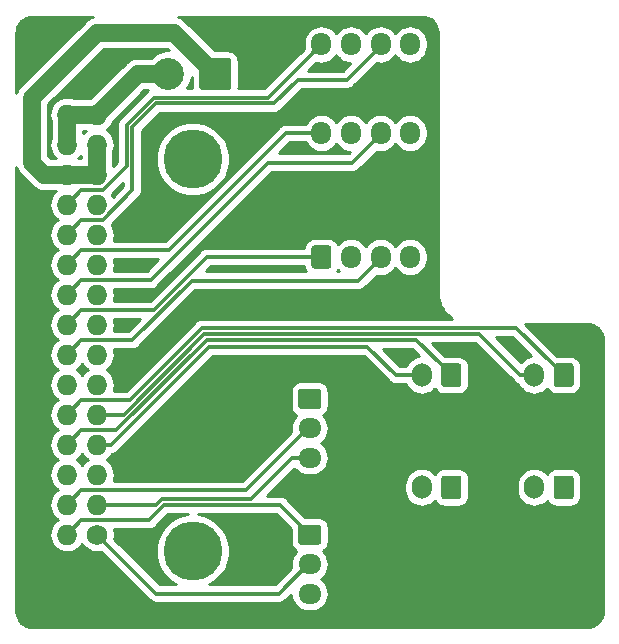
<source format=gbr>
G04 #@! TF.GenerationSoftware,KiCad,Pcbnew,(5.1.4-0-10_14)*
G04 #@! TF.CreationDate,2019-10-10T19:21:02+03:00*
G04 #@! TF.ProjectId,Transfer_Board,5472616e-7366-4657-925f-426f6172642e,rev?*
G04 #@! TF.SameCoordinates,Original*
G04 #@! TF.FileFunction,Copper,L2,Bot*
G04 #@! TF.FilePolarity,Positive*
%FSLAX46Y46*%
G04 Gerber Fmt 4.6, Leading zero omitted, Abs format (unit mm)*
G04 Created by KiCad (PCBNEW (5.1.4-0-10_14)) date 2019-10-10 19:21:02*
%MOMM*%
%LPD*%
G04 APERTURE LIST*
%ADD10C,5.000000*%
%ADD11O,1.700000X2.000000*%
%ADD12C,0.100000*%
%ADD13C,1.700000*%
%ADD14O,1.727200X1.727200*%
%ADD15C,1.727200*%
%ADD16O,1.700000X1.950000*%
%ADD17O,1.950000X1.700000*%
%ADD18C,2.700000*%
%ADD19C,0.300000*%
%ADD20C,1.500000*%
%ADD21C,0.254000*%
G04 APERTURE END LIST*
D10*
X115600000Y-92900000D03*
X115600000Y-59700000D03*
D11*
X135000000Y-87500000D03*
D12*
G36*
X138124504Y-86501204D02*
G01*
X138148773Y-86504804D01*
X138172571Y-86510765D01*
X138195671Y-86519030D01*
X138217849Y-86529520D01*
X138238893Y-86542133D01*
X138258598Y-86556747D01*
X138276777Y-86573223D01*
X138293253Y-86591402D01*
X138307867Y-86611107D01*
X138320480Y-86632151D01*
X138330970Y-86654329D01*
X138339235Y-86677429D01*
X138345196Y-86701227D01*
X138348796Y-86725496D01*
X138350000Y-86750000D01*
X138350000Y-88250000D01*
X138348796Y-88274504D01*
X138345196Y-88298773D01*
X138339235Y-88322571D01*
X138330970Y-88345671D01*
X138320480Y-88367849D01*
X138307867Y-88388893D01*
X138293253Y-88408598D01*
X138276777Y-88426777D01*
X138258598Y-88443253D01*
X138238893Y-88457867D01*
X138217849Y-88470480D01*
X138195671Y-88480970D01*
X138172571Y-88489235D01*
X138148773Y-88495196D01*
X138124504Y-88498796D01*
X138100000Y-88500000D01*
X136900000Y-88500000D01*
X136875496Y-88498796D01*
X136851227Y-88495196D01*
X136827429Y-88489235D01*
X136804329Y-88480970D01*
X136782151Y-88470480D01*
X136761107Y-88457867D01*
X136741402Y-88443253D01*
X136723223Y-88426777D01*
X136706747Y-88408598D01*
X136692133Y-88388893D01*
X136679520Y-88367849D01*
X136669030Y-88345671D01*
X136660765Y-88322571D01*
X136654804Y-88298773D01*
X136651204Y-88274504D01*
X136650000Y-88250000D01*
X136650000Y-86750000D01*
X136651204Y-86725496D01*
X136654804Y-86701227D01*
X136660765Y-86677429D01*
X136669030Y-86654329D01*
X136679520Y-86632151D01*
X136692133Y-86611107D01*
X136706747Y-86591402D01*
X136723223Y-86573223D01*
X136741402Y-86556747D01*
X136761107Y-86542133D01*
X136782151Y-86529520D01*
X136804329Y-86519030D01*
X136827429Y-86510765D01*
X136851227Y-86504804D01*
X136875496Y-86501204D01*
X136900000Y-86500000D01*
X138100000Y-86500000D01*
X138124504Y-86501204D01*
X138124504Y-86501204D01*
G37*
D13*
X137500000Y-87500000D03*
D11*
X144500000Y-87500000D03*
D12*
G36*
X147624504Y-86501204D02*
G01*
X147648773Y-86504804D01*
X147672571Y-86510765D01*
X147695671Y-86519030D01*
X147717849Y-86529520D01*
X147738893Y-86542133D01*
X147758598Y-86556747D01*
X147776777Y-86573223D01*
X147793253Y-86591402D01*
X147807867Y-86611107D01*
X147820480Y-86632151D01*
X147830970Y-86654329D01*
X147839235Y-86677429D01*
X147845196Y-86701227D01*
X147848796Y-86725496D01*
X147850000Y-86750000D01*
X147850000Y-88250000D01*
X147848796Y-88274504D01*
X147845196Y-88298773D01*
X147839235Y-88322571D01*
X147830970Y-88345671D01*
X147820480Y-88367849D01*
X147807867Y-88388893D01*
X147793253Y-88408598D01*
X147776777Y-88426777D01*
X147758598Y-88443253D01*
X147738893Y-88457867D01*
X147717849Y-88470480D01*
X147695671Y-88480970D01*
X147672571Y-88489235D01*
X147648773Y-88495196D01*
X147624504Y-88498796D01*
X147600000Y-88500000D01*
X146400000Y-88500000D01*
X146375496Y-88498796D01*
X146351227Y-88495196D01*
X146327429Y-88489235D01*
X146304329Y-88480970D01*
X146282151Y-88470480D01*
X146261107Y-88457867D01*
X146241402Y-88443253D01*
X146223223Y-88426777D01*
X146206747Y-88408598D01*
X146192133Y-88388893D01*
X146179520Y-88367849D01*
X146169030Y-88345671D01*
X146160765Y-88322571D01*
X146154804Y-88298773D01*
X146151204Y-88274504D01*
X146150000Y-88250000D01*
X146150000Y-86750000D01*
X146151204Y-86725496D01*
X146154804Y-86701227D01*
X146160765Y-86677429D01*
X146169030Y-86654329D01*
X146179520Y-86632151D01*
X146192133Y-86611107D01*
X146206747Y-86591402D01*
X146223223Y-86573223D01*
X146241402Y-86556747D01*
X146261107Y-86542133D01*
X146282151Y-86529520D01*
X146304329Y-86519030D01*
X146327429Y-86510765D01*
X146351227Y-86504804D01*
X146375496Y-86501204D01*
X146400000Y-86500000D01*
X147600000Y-86500000D01*
X147624504Y-86501204D01*
X147624504Y-86501204D01*
G37*
D13*
X147000000Y-87500000D03*
D14*
X104960000Y-55940000D03*
X107500000Y-55940000D03*
X104960000Y-58480000D03*
X107500000Y-58480000D03*
X104960000Y-61020000D03*
X107500000Y-61020000D03*
X104960000Y-63560000D03*
X107500000Y-63560000D03*
X104960000Y-66100000D03*
X107500000Y-66100000D03*
X104960000Y-68640000D03*
X107500000Y-68640000D03*
X104960000Y-71180000D03*
X107500000Y-71180000D03*
X104960000Y-73720000D03*
X107500000Y-73720000D03*
X104960000Y-76260000D03*
X107500000Y-76260000D03*
X104960000Y-78800000D03*
X107500000Y-78800000D03*
X104960000Y-81340000D03*
X107500000Y-81340000D03*
X104960000Y-83880000D03*
X107500000Y-83880000D03*
X104960000Y-86420000D03*
X107500000Y-86420000D03*
X104960000Y-88960000D03*
X107500000Y-88960000D03*
X104960000Y-91500000D03*
D15*
X107500000Y-91500000D03*
D11*
X135000000Y-78000000D03*
D12*
G36*
X138124504Y-77001204D02*
G01*
X138148773Y-77004804D01*
X138172571Y-77010765D01*
X138195671Y-77019030D01*
X138217849Y-77029520D01*
X138238893Y-77042133D01*
X138258598Y-77056747D01*
X138276777Y-77073223D01*
X138293253Y-77091402D01*
X138307867Y-77111107D01*
X138320480Y-77132151D01*
X138330970Y-77154329D01*
X138339235Y-77177429D01*
X138345196Y-77201227D01*
X138348796Y-77225496D01*
X138350000Y-77250000D01*
X138350000Y-78750000D01*
X138348796Y-78774504D01*
X138345196Y-78798773D01*
X138339235Y-78822571D01*
X138330970Y-78845671D01*
X138320480Y-78867849D01*
X138307867Y-78888893D01*
X138293253Y-78908598D01*
X138276777Y-78926777D01*
X138258598Y-78943253D01*
X138238893Y-78957867D01*
X138217849Y-78970480D01*
X138195671Y-78980970D01*
X138172571Y-78989235D01*
X138148773Y-78995196D01*
X138124504Y-78998796D01*
X138100000Y-79000000D01*
X136900000Y-79000000D01*
X136875496Y-78998796D01*
X136851227Y-78995196D01*
X136827429Y-78989235D01*
X136804329Y-78980970D01*
X136782151Y-78970480D01*
X136761107Y-78957867D01*
X136741402Y-78943253D01*
X136723223Y-78926777D01*
X136706747Y-78908598D01*
X136692133Y-78888893D01*
X136679520Y-78867849D01*
X136669030Y-78845671D01*
X136660765Y-78822571D01*
X136654804Y-78798773D01*
X136651204Y-78774504D01*
X136650000Y-78750000D01*
X136650000Y-77250000D01*
X136651204Y-77225496D01*
X136654804Y-77201227D01*
X136660765Y-77177429D01*
X136669030Y-77154329D01*
X136679520Y-77132151D01*
X136692133Y-77111107D01*
X136706747Y-77091402D01*
X136723223Y-77073223D01*
X136741402Y-77056747D01*
X136761107Y-77042133D01*
X136782151Y-77029520D01*
X136804329Y-77019030D01*
X136827429Y-77010765D01*
X136851227Y-77004804D01*
X136875496Y-77001204D01*
X136900000Y-77000000D01*
X138100000Y-77000000D01*
X138124504Y-77001204D01*
X138124504Y-77001204D01*
G37*
D13*
X137500000Y-78000000D03*
D16*
X134000000Y-50000000D03*
X131500000Y-50000000D03*
X129000000Y-50000000D03*
X126500000Y-50000000D03*
X134000000Y-57500000D03*
X131500000Y-57500000D03*
X129000000Y-57500000D03*
X126500000Y-57500000D03*
D17*
X125500000Y-96500000D03*
X125500000Y-94000000D03*
D12*
G36*
X126249504Y-90651204D02*
G01*
X126273773Y-90654804D01*
X126297571Y-90660765D01*
X126320671Y-90669030D01*
X126342849Y-90679520D01*
X126363893Y-90692133D01*
X126383598Y-90706747D01*
X126401777Y-90723223D01*
X126418253Y-90741402D01*
X126432867Y-90761107D01*
X126445480Y-90782151D01*
X126455970Y-90804329D01*
X126464235Y-90827429D01*
X126470196Y-90851227D01*
X126473796Y-90875496D01*
X126475000Y-90900000D01*
X126475000Y-92100000D01*
X126473796Y-92124504D01*
X126470196Y-92148773D01*
X126464235Y-92172571D01*
X126455970Y-92195671D01*
X126445480Y-92217849D01*
X126432867Y-92238893D01*
X126418253Y-92258598D01*
X126401777Y-92276777D01*
X126383598Y-92293253D01*
X126363893Y-92307867D01*
X126342849Y-92320480D01*
X126320671Y-92330970D01*
X126297571Y-92339235D01*
X126273773Y-92345196D01*
X126249504Y-92348796D01*
X126225000Y-92350000D01*
X124775000Y-92350000D01*
X124750496Y-92348796D01*
X124726227Y-92345196D01*
X124702429Y-92339235D01*
X124679329Y-92330970D01*
X124657151Y-92320480D01*
X124636107Y-92307867D01*
X124616402Y-92293253D01*
X124598223Y-92276777D01*
X124581747Y-92258598D01*
X124567133Y-92238893D01*
X124554520Y-92217849D01*
X124544030Y-92195671D01*
X124535765Y-92172571D01*
X124529804Y-92148773D01*
X124526204Y-92124504D01*
X124525000Y-92100000D01*
X124525000Y-90900000D01*
X124526204Y-90875496D01*
X124529804Y-90851227D01*
X124535765Y-90827429D01*
X124544030Y-90804329D01*
X124554520Y-90782151D01*
X124567133Y-90761107D01*
X124581747Y-90741402D01*
X124598223Y-90723223D01*
X124616402Y-90706747D01*
X124636107Y-90692133D01*
X124657151Y-90679520D01*
X124679329Y-90669030D01*
X124702429Y-90660765D01*
X124726227Y-90654804D01*
X124750496Y-90651204D01*
X124775000Y-90650000D01*
X126225000Y-90650000D01*
X126249504Y-90651204D01*
X126249504Y-90651204D01*
G37*
D13*
X125500000Y-91500000D03*
D11*
X144500000Y-78000000D03*
D12*
G36*
X147624504Y-77001204D02*
G01*
X147648773Y-77004804D01*
X147672571Y-77010765D01*
X147695671Y-77019030D01*
X147717849Y-77029520D01*
X147738893Y-77042133D01*
X147758598Y-77056747D01*
X147776777Y-77073223D01*
X147793253Y-77091402D01*
X147807867Y-77111107D01*
X147820480Y-77132151D01*
X147830970Y-77154329D01*
X147839235Y-77177429D01*
X147845196Y-77201227D01*
X147848796Y-77225496D01*
X147850000Y-77250000D01*
X147850000Y-78750000D01*
X147848796Y-78774504D01*
X147845196Y-78798773D01*
X147839235Y-78822571D01*
X147830970Y-78845671D01*
X147820480Y-78867849D01*
X147807867Y-78888893D01*
X147793253Y-78908598D01*
X147776777Y-78926777D01*
X147758598Y-78943253D01*
X147738893Y-78957867D01*
X147717849Y-78970480D01*
X147695671Y-78980970D01*
X147672571Y-78989235D01*
X147648773Y-78995196D01*
X147624504Y-78998796D01*
X147600000Y-79000000D01*
X146400000Y-79000000D01*
X146375496Y-78998796D01*
X146351227Y-78995196D01*
X146327429Y-78989235D01*
X146304329Y-78980970D01*
X146282151Y-78970480D01*
X146261107Y-78957867D01*
X146241402Y-78943253D01*
X146223223Y-78926777D01*
X146206747Y-78908598D01*
X146192133Y-78888893D01*
X146179520Y-78867849D01*
X146169030Y-78845671D01*
X146160765Y-78822571D01*
X146154804Y-78798773D01*
X146151204Y-78774504D01*
X146150000Y-78750000D01*
X146150000Y-77250000D01*
X146151204Y-77225496D01*
X146154804Y-77201227D01*
X146160765Y-77177429D01*
X146169030Y-77154329D01*
X146179520Y-77132151D01*
X146192133Y-77111107D01*
X146206747Y-77091402D01*
X146223223Y-77073223D01*
X146241402Y-77056747D01*
X146261107Y-77042133D01*
X146282151Y-77029520D01*
X146304329Y-77019030D01*
X146327429Y-77010765D01*
X146351227Y-77004804D01*
X146375496Y-77001204D01*
X146400000Y-77000000D01*
X147600000Y-77000000D01*
X147624504Y-77001204D01*
X147624504Y-77001204D01*
G37*
D13*
X147000000Y-78000000D03*
D18*
X113540000Y-52500000D03*
D12*
G36*
X118624503Y-51151204D02*
G01*
X118648772Y-51154804D01*
X118672570Y-51160765D01*
X118695670Y-51169030D01*
X118717849Y-51179520D01*
X118738892Y-51192133D01*
X118758598Y-51206748D01*
X118776776Y-51223224D01*
X118793252Y-51241402D01*
X118807867Y-51261108D01*
X118820480Y-51282151D01*
X118830970Y-51304330D01*
X118839235Y-51327430D01*
X118845196Y-51351228D01*
X118848796Y-51375497D01*
X118850000Y-51400001D01*
X118850000Y-53599999D01*
X118848796Y-53624503D01*
X118845196Y-53648772D01*
X118839235Y-53672570D01*
X118830970Y-53695670D01*
X118820480Y-53717849D01*
X118807867Y-53738892D01*
X118793252Y-53758598D01*
X118776776Y-53776776D01*
X118758598Y-53793252D01*
X118738892Y-53807867D01*
X118717849Y-53820480D01*
X118695670Y-53830970D01*
X118672570Y-53839235D01*
X118648772Y-53845196D01*
X118624503Y-53848796D01*
X118599999Y-53850000D01*
X116400001Y-53850000D01*
X116375497Y-53848796D01*
X116351228Y-53845196D01*
X116327430Y-53839235D01*
X116304330Y-53830970D01*
X116282151Y-53820480D01*
X116261108Y-53807867D01*
X116241402Y-53793252D01*
X116223224Y-53776776D01*
X116206748Y-53758598D01*
X116192133Y-53738892D01*
X116179520Y-53717849D01*
X116169030Y-53695670D01*
X116160765Y-53672570D01*
X116154804Y-53648772D01*
X116151204Y-53624503D01*
X116150000Y-53599999D01*
X116150000Y-51400001D01*
X116151204Y-51375497D01*
X116154804Y-51351228D01*
X116160765Y-51327430D01*
X116169030Y-51304330D01*
X116179520Y-51282151D01*
X116192133Y-51261108D01*
X116206748Y-51241402D01*
X116223224Y-51223224D01*
X116241402Y-51206748D01*
X116261108Y-51192133D01*
X116282151Y-51179520D01*
X116304330Y-51169030D01*
X116327430Y-51160765D01*
X116351228Y-51154804D01*
X116375497Y-51151204D01*
X116400001Y-51150000D01*
X118599999Y-51150000D01*
X118624503Y-51151204D01*
X118624503Y-51151204D01*
G37*
D18*
X117500000Y-52500000D03*
D17*
X125500000Y-85000000D03*
X125500000Y-82500000D03*
D12*
G36*
X126249504Y-79151204D02*
G01*
X126273773Y-79154804D01*
X126297571Y-79160765D01*
X126320671Y-79169030D01*
X126342849Y-79179520D01*
X126363893Y-79192133D01*
X126383598Y-79206747D01*
X126401777Y-79223223D01*
X126418253Y-79241402D01*
X126432867Y-79261107D01*
X126445480Y-79282151D01*
X126455970Y-79304329D01*
X126464235Y-79327429D01*
X126470196Y-79351227D01*
X126473796Y-79375496D01*
X126475000Y-79400000D01*
X126475000Y-80600000D01*
X126473796Y-80624504D01*
X126470196Y-80648773D01*
X126464235Y-80672571D01*
X126455970Y-80695671D01*
X126445480Y-80717849D01*
X126432867Y-80738893D01*
X126418253Y-80758598D01*
X126401777Y-80776777D01*
X126383598Y-80793253D01*
X126363893Y-80807867D01*
X126342849Y-80820480D01*
X126320671Y-80830970D01*
X126297571Y-80839235D01*
X126273773Y-80845196D01*
X126249504Y-80848796D01*
X126225000Y-80850000D01*
X124775000Y-80850000D01*
X124750496Y-80848796D01*
X124726227Y-80845196D01*
X124702429Y-80839235D01*
X124679329Y-80830970D01*
X124657151Y-80820480D01*
X124636107Y-80807867D01*
X124616402Y-80793253D01*
X124598223Y-80776777D01*
X124581747Y-80758598D01*
X124567133Y-80738893D01*
X124554520Y-80717849D01*
X124544030Y-80695671D01*
X124535765Y-80672571D01*
X124529804Y-80648773D01*
X124526204Y-80624504D01*
X124525000Y-80600000D01*
X124525000Y-79400000D01*
X124526204Y-79375496D01*
X124529804Y-79351227D01*
X124535765Y-79327429D01*
X124544030Y-79304329D01*
X124554520Y-79282151D01*
X124567133Y-79261107D01*
X124581747Y-79241402D01*
X124598223Y-79223223D01*
X124616402Y-79206747D01*
X124636107Y-79192133D01*
X124657151Y-79179520D01*
X124679329Y-79169030D01*
X124702429Y-79160765D01*
X124726227Y-79154804D01*
X124750496Y-79151204D01*
X124775000Y-79150000D01*
X126225000Y-79150000D01*
X126249504Y-79151204D01*
X126249504Y-79151204D01*
G37*
D13*
X125500000Y-80000000D03*
D16*
X134000000Y-68000000D03*
X131500000Y-68000000D03*
X129000000Y-68000000D03*
D12*
G36*
X127124504Y-67026204D02*
G01*
X127148773Y-67029804D01*
X127172571Y-67035765D01*
X127195671Y-67044030D01*
X127217849Y-67054520D01*
X127238893Y-67067133D01*
X127258598Y-67081747D01*
X127276777Y-67098223D01*
X127293253Y-67116402D01*
X127307867Y-67136107D01*
X127320480Y-67157151D01*
X127330970Y-67179329D01*
X127339235Y-67202429D01*
X127345196Y-67226227D01*
X127348796Y-67250496D01*
X127350000Y-67275000D01*
X127350000Y-68725000D01*
X127348796Y-68749504D01*
X127345196Y-68773773D01*
X127339235Y-68797571D01*
X127330970Y-68820671D01*
X127320480Y-68842849D01*
X127307867Y-68863893D01*
X127293253Y-68883598D01*
X127276777Y-68901777D01*
X127258598Y-68918253D01*
X127238893Y-68932867D01*
X127217849Y-68945480D01*
X127195671Y-68955970D01*
X127172571Y-68964235D01*
X127148773Y-68970196D01*
X127124504Y-68973796D01*
X127100000Y-68975000D01*
X125900000Y-68975000D01*
X125875496Y-68973796D01*
X125851227Y-68970196D01*
X125827429Y-68964235D01*
X125804329Y-68955970D01*
X125782151Y-68945480D01*
X125761107Y-68932867D01*
X125741402Y-68918253D01*
X125723223Y-68901777D01*
X125706747Y-68883598D01*
X125692133Y-68863893D01*
X125679520Y-68842849D01*
X125669030Y-68820671D01*
X125660765Y-68797571D01*
X125654804Y-68773773D01*
X125651204Y-68749504D01*
X125650000Y-68725000D01*
X125650000Y-67275000D01*
X125651204Y-67250496D01*
X125654804Y-67226227D01*
X125660765Y-67202429D01*
X125669030Y-67179329D01*
X125679520Y-67157151D01*
X125692133Y-67136107D01*
X125706747Y-67116402D01*
X125723223Y-67098223D01*
X125741402Y-67081747D01*
X125761107Y-67067133D01*
X125782151Y-67054520D01*
X125804329Y-67044030D01*
X125827429Y-67035765D01*
X125851227Y-67029804D01*
X125875496Y-67026204D01*
X125900000Y-67025000D01*
X127100000Y-67025000D01*
X127124504Y-67026204D01*
X127124504Y-67026204D01*
G37*
D13*
X126500000Y-68000000D03*
D19*
X106173601Y-75046399D02*
X110453601Y-75046399D01*
X104960000Y-76260000D02*
X106173601Y-75046399D01*
X110453601Y-75046399D02*
X115500000Y-70000000D01*
X131500000Y-68125000D02*
X131500000Y-68000000D01*
X129625000Y-70000000D02*
X131500000Y-68125000D01*
X115500000Y-70000000D02*
X129625000Y-70000000D01*
X116792878Y-68000000D02*
X125550000Y-68000000D01*
X125550000Y-68000000D02*
X126500000Y-68000000D01*
X104960000Y-73720000D02*
X106173601Y-72506399D01*
X112286479Y-72506399D02*
X116792878Y-68000000D01*
X106173601Y-72506399D02*
X112286479Y-72506399D01*
X108721314Y-88960000D02*
X108761314Y-89000000D01*
X107500000Y-88960000D02*
X108721314Y-88960000D01*
X108761314Y-89000000D02*
X112500000Y-89000000D01*
X112500000Y-89000000D02*
X113000000Y-88500000D01*
X113000000Y-88500000D02*
X120500000Y-88500000D01*
X124000000Y-85000000D02*
X125500000Y-85000000D01*
X120500000Y-88500000D02*
X124000000Y-85000000D01*
X120128601Y-87746399D02*
X125375000Y-82500000D01*
X125375000Y-82500000D02*
X125500000Y-82500000D01*
X106173601Y-87746399D02*
X120128601Y-87746399D01*
X104960000Y-88960000D02*
X106173601Y-87746399D01*
D20*
X104960000Y-58480000D02*
X104960000Y-55940000D01*
X107500000Y-55940000D02*
X104960000Y-55940000D01*
X110940000Y-52500000D02*
X111630812Y-52500000D01*
X107500000Y-55940000D02*
X110940000Y-52500000D01*
X111630812Y-52500000D02*
X113540000Y-52500000D01*
X107500000Y-58480000D02*
X107500000Y-61020000D01*
X104960000Y-61020000D02*
X107500000Y-61020000D01*
X103020000Y-61020000D02*
X102000000Y-60000000D01*
X102000000Y-54500000D02*
X107500000Y-49000000D01*
X107500000Y-49000000D02*
X114000000Y-49000000D01*
X102000000Y-60000000D02*
X102000000Y-54500000D01*
X114000000Y-49000000D02*
X117500000Y-52500000D01*
X104960000Y-61020000D02*
X103020000Y-61020000D01*
D19*
X116585778Y-74499978D02*
X139849978Y-74499978D01*
X107500000Y-81340000D02*
X109745756Y-81340000D01*
X109745756Y-81340000D02*
X116585778Y-74499978D01*
X143350000Y-78000000D02*
X144500000Y-78000000D01*
X139849978Y-74499978D02*
X143350000Y-78000000D01*
X106173601Y-80126399D02*
X110252237Y-80126399D01*
X116378668Y-73999968D02*
X142999968Y-73999968D01*
X104960000Y-81340000D02*
X106173601Y-80126399D01*
X110252237Y-80126399D02*
X116378668Y-73999968D01*
X142999968Y-73999968D02*
X146094447Y-77094447D01*
X146094447Y-77094447D02*
X147000000Y-78000000D01*
X125375000Y-94000000D02*
X125500000Y-94000000D01*
X122875000Y-96500000D02*
X125375000Y-94000000D01*
X112500000Y-96500000D02*
X122875000Y-96500000D01*
X107500000Y-91500000D02*
X112500000Y-96500000D01*
X113207122Y-89000000D02*
X123000000Y-89000000D01*
X106173601Y-90286399D02*
X111920723Y-90286399D01*
X104960000Y-91500000D02*
X106173601Y-90286399D01*
X123000000Y-89000000D02*
X124601628Y-90601628D01*
X111920723Y-90286399D02*
X113207122Y-89000000D01*
X124601628Y-90601628D02*
X125500000Y-91500000D01*
X106173601Y-69966399D02*
X112033601Y-69966399D01*
X104960000Y-71180000D02*
X106173601Y-69966399D01*
X112033601Y-69966399D02*
X122000000Y-60000000D01*
X131500000Y-57625000D02*
X131500000Y-57500000D01*
X129125000Y-60000000D02*
X131500000Y-57625000D01*
X122000000Y-60000000D02*
X129125000Y-60000000D01*
X123500000Y-57500000D02*
X126500000Y-57500000D01*
X113573601Y-67426399D02*
X123500000Y-57500000D01*
X106173601Y-67426399D02*
X113573601Y-67426399D01*
X104960000Y-68640000D02*
X106173601Y-67426399D01*
X131500000Y-50125000D02*
X131500000Y-50000000D01*
X124500000Y-53000000D02*
X128625000Y-53000000D01*
X122500000Y-55000000D02*
X124500000Y-53000000D01*
X112500000Y-55000000D02*
X122500000Y-55000000D01*
X110500000Y-62356130D02*
X110500000Y-57000000D01*
X107969731Y-64886399D02*
X110500000Y-62356130D01*
X110500000Y-57000000D02*
X112500000Y-55000000D01*
X128625000Y-53000000D02*
X131500000Y-50125000D01*
X106173601Y-64886399D02*
X107969731Y-64886399D01*
X104960000Y-66100000D02*
X106173601Y-64886399D01*
X104960000Y-63560000D02*
X106173601Y-62346399D01*
X112292889Y-54499989D02*
X122000011Y-54499989D01*
X125601628Y-50898372D02*
X126500000Y-50000000D01*
X107969731Y-62346399D02*
X109999989Y-60316141D01*
X106173601Y-62346399D02*
X107969731Y-62346399D01*
X109999990Y-56792888D02*
X112292889Y-54499989D01*
X109999989Y-60316141D02*
X109999990Y-56792888D01*
X122000011Y-54499989D02*
X125601628Y-50898372D01*
X107500000Y-83880000D02*
X108721314Y-83880000D01*
X108721314Y-83880000D02*
X117000000Y-75601314D01*
X117000000Y-75601314D02*
X130398686Y-75601314D01*
X132797372Y-78000000D02*
X135000000Y-78000000D01*
X130398686Y-75601314D02*
X132797372Y-78000000D01*
X106173601Y-82666399D02*
X109126479Y-82666399D01*
X109126479Y-82666399D02*
X116792889Y-74999989D01*
X136594447Y-77094447D02*
X137500000Y-78000000D01*
X104960000Y-83880000D02*
X106173601Y-82666399D01*
X116792889Y-74999989D02*
X134499989Y-74999989D01*
X134499989Y-74999989D02*
X136594447Y-77094447D01*
D21*
G36*
X100712790Y-60527812D02*
G01*
X100714236Y-60532580D01*
X100832788Y-60754374D01*
X100842844Y-60773188D01*
X100925500Y-60873904D01*
X101015919Y-60984080D01*
X101068764Y-61027450D01*
X101992550Y-61951236D01*
X102035919Y-62004081D01*
X102088764Y-62047450D01*
X102088766Y-62047452D01*
X102236599Y-62168775D01*
X102246812Y-62177157D01*
X102487419Y-62305764D01*
X102748493Y-62384960D01*
X102951963Y-62405000D01*
X102951971Y-62405000D01*
X103020000Y-62411700D01*
X103088029Y-62405000D01*
X104005115Y-62405000D01*
X103895203Y-62495203D01*
X103707931Y-62723394D01*
X103568775Y-62983736D01*
X103483084Y-63266223D01*
X103454149Y-63560000D01*
X103483084Y-63853777D01*
X103568775Y-64136264D01*
X103707931Y-64396606D01*
X103895203Y-64624797D01*
X104123394Y-64812069D01*
X104156940Y-64830000D01*
X104123394Y-64847931D01*
X103895203Y-65035203D01*
X103707931Y-65263394D01*
X103568775Y-65523736D01*
X103483084Y-65806223D01*
X103454149Y-66100000D01*
X103483084Y-66393777D01*
X103568775Y-66676264D01*
X103707931Y-66936606D01*
X103895203Y-67164797D01*
X104123394Y-67352069D01*
X104156940Y-67370000D01*
X104123394Y-67387931D01*
X103895203Y-67575203D01*
X103707931Y-67803394D01*
X103568775Y-68063736D01*
X103483084Y-68346223D01*
X103454149Y-68640000D01*
X103483084Y-68933777D01*
X103568775Y-69216264D01*
X103707931Y-69476606D01*
X103895203Y-69704797D01*
X104123394Y-69892069D01*
X104156940Y-69910000D01*
X104123394Y-69927931D01*
X103895203Y-70115203D01*
X103707931Y-70343394D01*
X103568775Y-70603736D01*
X103483084Y-70886223D01*
X103454149Y-71180000D01*
X103483084Y-71473777D01*
X103568775Y-71756264D01*
X103707931Y-72016606D01*
X103895203Y-72244797D01*
X104123394Y-72432069D01*
X104156940Y-72450000D01*
X104123394Y-72467931D01*
X103895203Y-72655203D01*
X103707931Y-72883394D01*
X103568775Y-73143736D01*
X103483084Y-73426223D01*
X103454149Y-73720000D01*
X103483084Y-74013777D01*
X103568775Y-74296264D01*
X103707931Y-74556606D01*
X103895203Y-74784797D01*
X104123394Y-74972069D01*
X104156940Y-74990000D01*
X104123394Y-75007931D01*
X103895203Y-75195203D01*
X103707931Y-75423394D01*
X103568775Y-75683736D01*
X103483084Y-75966223D01*
X103454149Y-76260000D01*
X103483084Y-76553777D01*
X103568775Y-76836264D01*
X103707931Y-77096606D01*
X103895203Y-77324797D01*
X104123394Y-77512069D01*
X104156940Y-77530000D01*
X104123394Y-77547931D01*
X103895203Y-77735203D01*
X103707931Y-77963394D01*
X103568775Y-78223736D01*
X103483084Y-78506223D01*
X103454149Y-78800000D01*
X103483084Y-79093777D01*
X103568775Y-79376264D01*
X103707931Y-79636606D01*
X103895203Y-79864797D01*
X104123394Y-80052069D01*
X104156940Y-80070000D01*
X104123394Y-80087931D01*
X103895203Y-80275203D01*
X103707931Y-80503394D01*
X103568775Y-80763736D01*
X103483084Y-81046223D01*
X103454149Y-81340000D01*
X103483084Y-81633777D01*
X103568775Y-81916264D01*
X103707931Y-82176606D01*
X103895203Y-82404797D01*
X104123394Y-82592069D01*
X104156940Y-82610000D01*
X104123394Y-82627931D01*
X103895203Y-82815203D01*
X103707931Y-83043394D01*
X103568775Y-83303736D01*
X103483084Y-83586223D01*
X103454149Y-83880000D01*
X103483084Y-84173777D01*
X103568775Y-84456264D01*
X103707931Y-84716606D01*
X103895203Y-84944797D01*
X104123394Y-85132069D01*
X104156940Y-85150000D01*
X104123394Y-85167931D01*
X103895203Y-85355203D01*
X103707931Y-85583394D01*
X103568775Y-85843736D01*
X103483084Y-86126223D01*
X103454149Y-86420000D01*
X103483084Y-86713777D01*
X103568775Y-86996264D01*
X103707931Y-87256606D01*
X103895203Y-87484797D01*
X104123394Y-87672069D01*
X104156940Y-87690000D01*
X104123394Y-87707931D01*
X103895203Y-87895203D01*
X103707931Y-88123394D01*
X103568775Y-88383736D01*
X103483084Y-88666223D01*
X103454149Y-88960000D01*
X103483084Y-89253777D01*
X103568775Y-89536264D01*
X103707931Y-89796606D01*
X103895203Y-90024797D01*
X104123394Y-90212069D01*
X104156940Y-90230000D01*
X104123394Y-90247931D01*
X103895203Y-90435203D01*
X103707931Y-90663394D01*
X103568775Y-90923736D01*
X103483084Y-91206223D01*
X103454149Y-91500000D01*
X103483084Y-91793777D01*
X103568775Y-92076264D01*
X103707931Y-92336606D01*
X103895203Y-92564797D01*
X104123394Y-92752069D01*
X104383736Y-92891225D01*
X104666223Y-92976916D01*
X104886381Y-92998600D01*
X105033619Y-92998600D01*
X105253777Y-92976916D01*
X105536264Y-92891225D01*
X105796606Y-92752069D01*
X106024797Y-92564797D01*
X106212069Y-92336606D01*
X106231883Y-92299537D01*
X106335961Y-92455302D01*
X106544698Y-92664039D01*
X106790147Y-92828042D01*
X107062875Y-92941010D01*
X107352401Y-92998600D01*
X107647599Y-92998600D01*
X107848485Y-92958642D01*
X111917653Y-97027810D01*
X111942236Y-97057764D01*
X112061767Y-97155862D01*
X112198140Y-97228754D01*
X112346113Y-97273642D01*
X112421026Y-97281020D01*
X112461439Y-97285000D01*
X112461444Y-97285000D01*
X112500000Y-97288797D01*
X112538556Y-97285000D01*
X122836447Y-97285000D01*
X122875000Y-97288797D01*
X122913553Y-97285000D01*
X122913561Y-97285000D01*
X123028887Y-97273641D01*
X123176860Y-97228754D01*
X123313233Y-97155862D01*
X123432764Y-97057764D01*
X123457347Y-97027810D01*
X123891991Y-96593166D01*
X123911487Y-96791111D01*
X123996401Y-97071034D01*
X124134294Y-97329014D01*
X124319866Y-97555134D01*
X124545986Y-97740706D01*
X124803966Y-97878599D01*
X125083889Y-97963513D01*
X125302050Y-97985000D01*
X125697950Y-97985000D01*
X125916111Y-97963513D01*
X126196034Y-97878599D01*
X126454014Y-97740706D01*
X126680134Y-97555134D01*
X126865706Y-97329014D01*
X127003599Y-97071034D01*
X127088513Y-96791111D01*
X127117185Y-96500000D01*
X127088513Y-96208889D01*
X127003599Y-95928966D01*
X126865706Y-95670986D01*
X126680134Y-95444866D01*
X126454014Y-95259294D01*
X126436626Y-95250000D01*
X126454014Y-95240706D01*
X126680134Y-95055134D01*
X126865706Y-94829014D01*
X127003599Y-94571034D01*
X127088513Y-94291111D01*
X127117185Y-94000000D01*
X127088513Y-93708889D01*
X127003599Y-93428966D01*
X126865706Y-93170986D01*
X126680134Y-92944866D01*
X126616663Y-92892777D01*
X126718386Y-92838405D01*
X126852962Y-92727962D01*
X126963405Y-92593386D01*
X127045472Y-92439850D01*
X127096008Y-92273254D01*
X127113072Y-92100000D01*
X127113072Y-90900000D01*
X127096008Y-90726746D01*
X127045472Y-90560150D01*
X126963405Y-90406614D01*
X126852962Y-90272038D01*
X126718386Y-90161595D01*
X126564850Y-90079528D01*
X126398254Y-90028992D01*
X126225000Y-90011928D01*
X125122086Y-90011928D01*
X123582345Y-88472188D01*
X123557764Y-88442236D01*
X123438233Y-88344138D01*
X123301860Y-88271246D01*
X123153887Y-88226359D01*
X123038561Y-88215000D01*
X123038553Y-88215000D01*
X123000000Y-88211203D01*
X122961447Y-88215000D01*
X121895157Y-88215000D01*
X122833107Y-87277050D01*
X133515000Y-87277050D01*
X133515000Y-87722949D01*
X133536487Y-87941110D01*
X133621401Y-88221033D01*
X133759294Y-88479013D01*
X133944866Y-88705134D01*
X134170986Y-88890706D01*
X134428966Y-89028599D01*
X134708889Y-89113513D01*
X135000000Y-89142185D01*
X135291110Y-89113513D01*
X135571033Y-89028599D01*
X135829013Y-88890706D01*
X136055134Y-88705134D01*
X136107223Y-88641663D01*
X136161595Y-88743386D01*
X136272038Y-88877962D01*
X136406614Y-88988405D01*
X136560150Y-89070472D01*
X136726746Y-89121008D01*
X136900000Y-89138072D01*
X138100000Y-89138072D01*
X138273254Y-89121008D01*
X138439850Y-89070472D01*
X138593386Y-88988405D01*
X138727962Y-88877962D01*
X138838405Y-88743386D01*
X138920472Y-88589850D01*
X138971008Y-88423254D01*
X138988072Y-88250000D01*
X138988072Y-87277050D01*
X143015000Y-87277050D01*
X143015000Y-87722949D01*
X143036487Y-87941110D01*
X143121401Y-88221033D01*
X143259294Y-88479013D01*
X143444866Y-88705134D01*
X143670986Y-88890706D01*
X143928966Y-89028599D01*
X144208889Y-89113513D01*
X144500000Y-89142185D01*
X144791110Y-89113513D01*
X145071033Y-89028599D01*
X145329013Y-88890706D01*
X145555134Y-88705134D01*
X145607223Y-88641663D01*
X145661595Y-88743386D01*
X145772038Y-88877962D01*
X145906614Y-88988405D01*
X146060150Y-89070472D01*
X146226746Y-89121008D01*
X146400000Y-89138072D01*
X147600000Y-89138072D01*
X147773254Y-89121008D01*
X147939850Y-89070472D01*
X148093386Y-88988405D01*
X148227962Y-88877962D01*
X148338405Y-88743386D01*
X148420472Y-88589850D01*
X148471008Y-88423254D01*
X148488072Y-88250000D01*
X148488072Y-86750000D01*
X148471008Y-86576746D01*
X148420472Y-86410150D01*
X148338405Y-86256614D01*
X148227962Y-86122038D01*
X148093386Y-86011595D01*
X147939850Y-85929528D01*
X147773254Y-85878992D01*
X147600000Y-85861928D01*
X146400000Y-85861928D01*
X146226746Y-85878992D01*
X146060150Y-85929528D01*
X145906614Y-86011595D01*
X145772038Y-86122038D01*
X145661595Y-86256614D01*
X145607223Y-86358337D01*
X145555134Y-86294866D01*
X145329014Y-86109294D01*
X145071034Y-85971401D01*
X144791111Y-85886487D01*
X144500000Y-85857815D01*
X144208890Y-85886487D01*
X143928967Y-85971401D01*
X143670987Y-86109294D01*
X143444866Y-86294866D01*
X143259294Y-86520986D01*
X143121401Y-86778966D01*
X143036487Y-87058889D01*
X143015000Y-87277050D01*
X138988072Y-87277050D01*
X138988072Y-86750000D01*
X138971008Y-86576746D01*
X138920472Y-86410150D01*
X138838405Y-86256614D01*
X138727962Y-86122038D01*
X138593386Y-86011595D01*
X138439850Y-85929528D01*
X138273254Y-85878992D01*
X138100000Y-85861928D01*
X136900000Y-85861928D01*
X136726746Y-85878992D01*
X136560150Y-85929528D01*
X136406614Y-86011595D01*
X136272038Y-86122038D01*
X136161595Y-86256614D01*
X136107223Y-86358337D01*
X136055134Y-86294866D01*
X135829014Y-86109294D01*
X135571034Y-85971401D01*
X135291111Y-85886487D01*
X135000000Y-85857815D01*
X134708890Y-85886487D01*
X134428967Y-85971401D01*
X134170987Y-86109294D01*
X133944866Y-86294866D01*
X133759294Y-86520986D01*
X133621401Y-86778966D01*
X133536487Y-87058889D01*
X133515000Y-87277050D01*
X122833107Y-87277050D01*
X124200487Y-85909671D01*
X124319866Y-86055134D01*
X124545986Y-86240706D01*
X124803966Y-86378599D01*
X125083889Y-86463513D01*
X125302050Y-86485000D01*
X125697950Y-86485000D01*
X125916111Y-86463513D01*
X126196034Y-86378599D01*
X126454014Y-86240706D01*
X126680134Y-86055134D01*
X126865706Y-85829014D01*
X127003599Y-85571034D01*
X127088513Y-85291111D01*
X127117185Y-85000000D01*
X127088513Y-84708889D01*
X127003599Y-84428966D01*
X126865706Y-84170986D01*
X126680134Y-83944866D01*
X126454014Y-83759294D01*
X126436626Y-83750000D01*
X126454014Y-83740706D01*
X126680134Y-83555134D01*
X126865706Y-83329014D01*
X127003599Y-83071034D01*
X127088513Y-82791111D01*
X127117185Y-82500000D01*
X127088513Y-82208889D01*
X127003599Y-81928966D01*
X126865706Y-81670986D01*
X126680134Y-81444866D01*
X126616663Y-81392777D01*
X126718386Y-81338405D01*
X126852962Y-81227962D01*
X126963405Y-81093386D01*
X127045472Y-80939850D01*
X127096008Y-80773254D01*
X127113072Y-80600000D01*
X127113072Y-79400000D01*
X127096008Y-79226746D01*
X127045472Y-79060150D01*
X126963405Y-78906614D01*
X126852962Y-78772038D01*
X126718386Y-78661595D01*
X126564850Y-78579528D01*
X126398254Y-78528992D01*
X126225000Y-78511928D01*
X124775000Y-78511928D01*
X124601746Y-78528992D01*
X124435150Y-78579528D01*
X124281614Y-78661595D01*
X124147038Y-78772038D01*
X124036595Y-78906614D01*
X123954528Y-79060150D01*
X123903992Y-79226746D01*
X123886928Y-79400000D01*
X123886928Y-80600000D01*
X123903992Y-80773254D01*
X123954528Y-80939850D01*
X124036595Y-81093386D01*
X124147038Y-81227962D01*
X124281614Y-81338405D01*
X124383337Y-81392777D01*
X124319866Y-81444866D01*
X124134294Y-81670986D01*
X123996401Y-81928966D01*
X123911487Y-82208889D01*
X123882815Y-82500000D01*
X123911487Y-82791111D01*
X123925974Y-82838869D01*
X119803444Y-86961399D01*
X108901801Y-86961399D01*
X108976916Y-86713777D01*
X109005851Y-86420000D01*
X108976916Y-86126223D01*
X108891225Y-85843736D01*
X108752069Y-85583394D01*
X108564797Y-85355203D01*
X108336606Y-85167931D01*
X108303060Y-85150000D01*
X108336606Y-85132069D01*
X108564797Y-84944797D01*
X108752069Y-84716606D01*
X108780752Y-84662944D01*
X108875201Y-84653641D01*
X109023174Y-84608754D01*
X109159547Y-84535862D01*
X109279078Y-84437764D01*
X109303661Y-84407810D01*
X117325158Y-76386314D01*
X130073529Y-76386314D01*
X132215030Y-78527816D01*
X132239608Y-78557764D01*
X132269556Y-78582342D01*
X132269559Y-78582345D01*
X132298931Y-78606450D01*
X132359139Y-78655862D01*
X132495512Y-78728754D01*
X132609044Y-78763194D01*
X132643484Y-78773641D01*
X132657862Y-78775057D01*
X132758811Y-78785000D01*
X132758818Y-78785000D01*
X132797371Y-78788797D01*
X132835924Y-78785000D01*
X133655592Y-78785000D01*
X133759294Y-78979013D01*
X133944866Y-79205134D01*
X134170986Y-79390706D01*
X134428966Y-79528599D01*
X134708889Y-79613513D01*
X135000000Y-79642185D01*
X135291110Y-79613513D01*
X135571033Y-79528599D01*
X135829013Y-79390706D01*
X136055134Y-79205134D01*
X136107223Y-79141663D01*
X136161595Y-79243386D01*
X136272038Y-79377962D01*
X136406614Y-79488405D01*
X136560150Y-79570472D01*
X136726746Y-79621008D01*
X136900000Y-79638072D01*
X138100000Y-79638072D01*
X138273254Y-79621008D01*
X138439850Y-79570472D01*
X138593386Y-79488405D01*
X138727962Y-79377962D01*
X138838405Y-79243386D01*
X138920472Y-79089850D01*
X138971008Y-78923254D01*
X138988072Y-78750000D01*
X138988072Y-77250000D01*
X138971008Y-77076746D01*
X138920472Y-76910150D01*
X138838405Y-76756614D01*
X138727962Y-76622038D01*
X138593386Y-76511595D01*
X138439850Y-76429528D01*
X138273254Y-76378992D01*
X138100000Y-76361928D01*
X136972086Y-76361928D01*
X135895135Y-75284978D01*
X139524821Y-75284978D01*
X142767653Y-78527810D01*
X142792236Y-78557764D01*
X142911767Y-78655862D01*
X143033695Y-78721033D01*
X143048140Y-78728754D01*
X143140504Y-78756773D01*
X143259294Y-78979013D01*
X143444866Y-79205134D01*
X143670986Y-79390706D01*
X143928966Y-79528599D01*
X144208889Y-79613513D01*
X144500000Y-79642185D01*
X144791110Y-79613513D01*
X145071033Y-79528599D01*
X145329013Y-79390706D01*
X145555134Y-79205134D01*
X145607223Y-79141663D01*
X145661595Y-79243386D01*
X145772038Y-79377962D01*
X145906614Y-79488405D01*
X146060150Y-79570472D01*
X146226746Y-79621008D01*
X146400000Y-79638072D01*
X147600000Y-79638072D01*
X147773254Y-79621008D01*
X147939850Y-79570472D01*
X148093386Y-79488405D01*
X148227962Y-79377962D01*
X148338405Y-79243386D01*
X148420472Y-79089850D01*
X148471008Y-78923254D01*
X148488072Y-78750000D01*
X148488072Y-77250000D01*
X148471008Y-77076746D01*
X148420472Y-76910150D01*
X148338405Y-76756614D01*
X148227962Y-76622038D01*
X148093386Y-76511595D01*
X147939850Y-76429528D01*
X147773254Y-76378992D01*
X147600000Y-76361928D01*
X146472086Y-76361928D01*
X143770157Y-73660000D01*
X148967721Y-73660000D01*
X149259659Y-73688625D01*
X149509429Y-73764035D01*
X149739792Y-73886522D01*
X149941980Y-74051422D01*
X150108286Y-74252450D01*
X150232378Y-74481954D01*
X150309531Y-74731195D01*
X150340001Y-75021098D01*
X150340000Y-97967721D01*
X150311375Y-98259660D01*
X150235965Y-98509429D01*
X150113477Y-98739794D01*
X149948579Y-98941979D01*
X149747546Y-99108288D01*
X149518046Y-99232378D01*
X149268805Y-99309531D01*
X148978911Y-99340000D01*
X102032279Y-99340000D01*
X101740340Y-99311375D01*
X101490571Y-99235965D01*
X101260206Y-99113477D01*
X101058021Y-98948579D01*
X100891712Y-98747546D01*
X100767622Y-98518046D01*
X100690469Y-98268805D01*
X100660000Y-97978911D01*
X100660000Y-60353789D01*
X100712790Y-60527812D01*
X100712790Y-60527812D01*
G37*
X100712790Y-60527812D02*
X100714236Y-60532580D01*
X100832788Y-60754374D01*
X100842844Y-60773188D01*
X100925500Y-60873904D01*
X101015919Y-60984080D01*
X101068764Y-61027450D01*
X101992550Y-61951236D01*
X102035919Y-62004081D01*
X102088764Y-62047450D01*
X102088766Y-62047452D01*
X102236599Y-62168775D01*
X102246812Y-62177157D01*
X102487419Y-62305764D01*
X102748493Y-62384960D01*
X102951963Y-62405000D01*
X102951971Y-62405000D01*
X103020000Y-62411700D01*
X103088029Y-62405000D01*
X104005115Y-62405000D01*
X103895203Y-62495203D01*
X103707931Y-62723394D01*
X103568775Y-62983736D01*
X103483084Y-63266223D01*
X103454149Y-63560000D01*
X103483084Y-63853777D01*
X103568775Y-64136264D01*
X103707931Y-64396606D01*
X103895203Y-64624797D01*
X104123394Y-64812069D01*
X104156940Y-64830000D01*
X104123394Y-64847931D01*
X103895203Y-65035203D01*
X103707931Y-65263394D01*
X103568775Y-65523736D01*
X103483084Y-65806223D01*
X103454149Y-66100000D01*
X103483084Y-66393777D01*
X103568775Y-66676264D01*
X103707931Y-66936606D01*
X103895203Y-67164797D01*
X104123394Y-67352069D01*
X104156940Y-67370000D01*
X104123394Y-67387931D01*
X103895203Y-67575203D01*
X103707931Y-67803394D01*
X103568775Y-68063736D01*
X103483084Y-68346223D01*
X103454149Y-68640000D01*
X103483084Y-68933777D01*
X103568775Y-69216264D01*
X103707931Y-69476606D01*
X103895203Y-69704797D01*
X104123394Y-69892069D01*
X104156940Y-69910000D01*
X104123394Y-69927931D01*
X103895203Y-70115203D01*
X103707931Y-70343394D01*
X103568775Y-70603736D01*
X103483084Y-70886223D01*
X103454149Y-71180000D01*
X103483084Y-71473777D01*
X103568775Y-71756264D01*
X103707931Y-72016606D01*
X103895203Y-72244797D01*
X104123394Y-72432069D01*
X104156940Y-72450000D01*
X104123394Y-72467931D01*
X103895203Y-72655203D01*
X103707931Y-72883394D01*
X103568775Y-73143736D01*
X103483084Y-73426223D01*
X103454149Y-73720000D01*
X103483084Y-74013777D01*
X103568775Y-74296264D01*
X103707931Y-74556606D01*
X103895203Y-74784797D01*
X104123394Y-74972069D01*
X104156940Y-74990000D01*
X104123394Y-75007931D01*
X103895203Y-75195203D01*
X103707931Y-75423394D01*
X103568775Y-75683736D01*
X103483084Y-75966223D01*
X103454149Y-76260000D01*
X103483084Y-76553777D01*
X103568775Y-76836264D01*
X103707931Y-77096606D01*
X103895203Y-77324797D01*
X104123394Y-77512069D01*
X104156940Y-77530000D01*
X104123394Y-77547931D01*
X103895203Y-77735203D01*
X103707931Y-77963394D01*
X103568775Y-78223736D01*
X103483084Y-78506223D01*
X103454149Y-78800000D01*
X103483084Y-79093777D01*
X103568775Y-79376264D01*
X103707931Y-79636606D01*
X103895203Y-79864797D01*
X104123394Y-80052069D01*
X104156940Y-80070000D01*
X104123394Y-80087931D01*
X103895203Y-80275203D01*
X103707931Y-80503394D01*
X103568775Y-80763736D01*
X103483084Y-81046223D01*
X103454149Y-81340000D01*
X103483084Y-81633777D01*
X103568775Y-81916264D01*
X103707931Y-82176606D01*
X103895203Y-82404797D01*
X104123394Y-82592069D01*
X104156940Y-82610000D01*
X104123394Y-82627931D01*
X103895203Y-82815203D01*
X103707931Y-83043394D01*
X103568775Y-83303736D01*
X103483084Y-83586223D01*
X103454149Y-83880000D01*
X103483084Y-84173777D01*
X103568775Y-84456264D01*
X103707931Y-84716606D01*
X103895203Y-84944797D01*
X104123394Y-85132069D01*
X104156940Y-85150000D01*
X104123394Y-85167931D01*
X103895203Y-85355203D01*
X103707931Y-85583394D01*
X103568775Y-85843736D01*
X103483084Y-86126223D01*
X103454149Y-86420000D01*
X103483084Y-86713777D01*
X103568775Y-86996264D01*
X103707931Y-87256606D01*
X103895203Y-87484797D01*
X104123394Y-87672069D01*
X104156940Y-87690000D01*
X104123394Y-87707931D01*
X103895203Y-87895203D01*
X103707931Y-88123394D01*
X103568775Y-88383736D01*
X103483084Y-88666223D01*
X103454149Y-88960000D01*
X103483084Y-89253777D01*
X103568775Y-89536264D01*
X103707931Y-89796606D01*
X103895203Y-90024797D01*
X104123394Y-90212069D01*
X104156940Y-90230000D01*
X104123394Y-90247931D01*
X103895203Y-90435203D01*
X103707931Y-90663394D01*
X103568775Y-90923736D01*
X103483084Y-91206223D01*
X103454149Y-91500000D01*
X103483084Y-91793777D01*
X103568775Y-92076264D01*
X103707931Y-92336606D01*
X103895203Y-92564797D01*
X104123394Y-92752069D01*
X104383736Y-92891225D01*
X104666223Y-92976916D01*
X104886381Y-92998600D01*
X105033619Y-92998600D01*
X105253777Y-92976916D01*
X105536264Y-92891225D01*
X105796606Y-92752069D01*
X106024797Y-92564797D01*
X106212069Y-92336606D01*
X106231883Y-92299537D01*
X106335961Y-92455302D01*
X106544698Y-92664039D01*
X106790147Y-92828042D01*
X107062875Y-92941010D01*
X107352401Y-92998600D01*
X107647599Y-92998600D01*
X107848485Y-92958642D01*
X111917653Y-97027810D01*
X111942236Y-97057764D01*
X112061767Y-97155862D01*
X112198140Y-97228754D01*
X112346113Y-97273642D01*
X112421026Y-97281020D01*
X112461439Y-97285000D01*
X112461444Y-97285000D01*
X112500000Y-97288797D01*
X112538556Y-97285000D01*
X122836447Y-97285000D01*
X122875000Y-97288797D01*
X122913553Y-97285000D01*
X122913561Y-97285000D01*
X123028887Y-97273641D01*
X123176860Y-97228754D01*
X123313233Y-97155862D01*
X123432764Y-97057764D01*
X123457347Y-97027810D01*
X123891991Y-96593166D01*
X123911487Y-96791111D01*
X123996401Y-97071034D01*
X124134294Y-97329014D01*
X124319866Y-97555134D01*
X124545986Y-97740706D01*
X124803966Y-97878599D01*
X125083889Y-97963513D01*
X125302050Y-97985000D01*
X125697950Y-97985000D01*
X125916111Y-97963513D01*
X126196034Y-97878599D01*
X126454014Y-97740706D01*
X126680134Y-97555134D01*
X126865706Y-97329014D01*
X127003599Y-97071034D01*
X127088513Y-96791111D01*
X127117185Y-96500000D01*
X127088513Y-96208889D01*
X127003599Y-95928966D01*
X126865706Y-95670986D01*
X126680134Y-95444866D01*
X126454014Y-95259294D01*
X126436626Y-95250000D01*
X126454014Y-95240706D01*
X126680134Y-95055134D01*
X126865706Y-94829014D01*
X127003599Y-94571034D01*
X127088513Y-94291111D01*
X127117185Y-94000000D01*
X127088513Y-93708889D01*
X127003599Y-93428966D01*
X126865706Y-93170986D01*
X126680134Y-92944866D01*
X126616663Y-92892777D01*
X126718386Y-92838405D01*
X126852962Y-92727962D01*
X126963405Y-92593386D01*
X127045472Y-92439850D01*
X127096008Y-92273254D01*
X127113072Y-92100000D01*
X127113072Y-90900000D01*
X127096008Y-90726746D01*
X127045472Y-90560150D01*
X126963405Y-90406614D01*
X126852962Y-90272038D01*
X126718386Y-90161595D01*
X126564850Y-90079528D01*
X126398254Y-90028992D01*
X126225000Y-90011928D01*
X125122086Y-90011928D01*
X123582345Y-88472188D01*
X123557764Y-88442236D01*
X123438233Y-88344138D01*
X123301860Y-88271246D01*
X123153887Y-88226359D01*
X123038561Y-88215000D01*
X123038553Y-88215000D01*
X123000000Y-88211203D01*
X122961447Y-88215000D01*
X121895157Y-88215000D01*
X122833107Y-87277050D01*
X133515000Y-87277050D01*
X133515000Y-87722949D01*
X133536487Y-87941110D01*
X133621401Y-88221033D01*
X133759294Y-88479013D01*
X133944866Y-88705134D01*
X134170986Y-88890706D01*
X134428966Y-89028599D01*
X134708889Y-89113513D01*
X135000000Y-89142185D01*
X135291110Y-89113513D01*
X135571033Y-89028599D01*
X135829013Y-88890706D01*
X136055134Y-88705134D01*
X136107223Y-88641663D01*
X136161595Y-88743386D01*
X136272038Y-88877962D01*
X136406614Y-88988405D01*
X136560150Y-89070472D01*
X136726746Y-89121008D01*
X136900000Y-89138072D01*
X138100000Y-89138072D01*
X138273254Y-89121008D01*
X138439850Y-89070472D01*
X138593386Y-88988405D01*
X138727962Y-88877962D01*
X138838405Y-88743386D01*
X138920472Y-88589850D01*
X138971008Y-88423254D01*
X138988072Y-88250000D01*
X138988072Y-87277050D01*
X143015000Y-87277050D01*
X143015000Y-87722949D01*
X143036487Y-87941110D01*
X143121401Y-88221033D01*
X143259294Y-88479013D01*
X143444866Y-88705134D01*
X143670986Y-88890706D01*
X143928966Y-89028599D01*
X144208889Y-89113513D01*
X144500000Y-89142185D01*
X144791110Y-89113513D01*
X145071033Y-89028599D01*
X145329013Y-88890706D01*
X145555134Y-88705134D01*
X145607223Y-88641663D01*
X145661595Y-88743386D01*
X145772038Y-88877962D01*
X145906614Y-88988405D01*
X146060150Y-89070472D01*
X146226746Y-89121008D01*
X146400000Y-89138072D01*
X147600000Y-89138072D01*
X147773254Y-89121008D01*
X147939850Y-89070472D01*
X148093386Y-88988405D01*
X148227962Y-88877962D01*
X148338405Y-88743386D01*
X148420472Y-88589850D01*
X148471008Y-88423254D01*
X148488072Y-88250000D01*
X148488072Y-86750000D01*
X148471008Y-86576746D01*
X148420472Y-86410150D01*
X148338405Y-86256614D01*
X148227962Y-86122038D01*
X148093386Y-86011595D01*
X147939850Y-85929528D01*
X147773254Y-85878992D01*
X147600000Y-85861928D01*
X146400000Y-85861928D01*
X146226746Y-85878992D01*
X146060150Y-85929528D01*
X145906614Y-86011595D01*
X145772038Y-86122038D01*
X145661595Y-86256614D01*
X145607223Y-86358337D01*
X145555134Y-86294866D01*
X145329014Y-86109294D01*
X145071034Y-85971401D01*
X144791111Y-85886487D01*
X144500000Y-85857815D01*
X144208890Y-85886487D01*
X143928967Y-85971401D01*
X143670987Y-86109294D01*
X143444866Y-86294866D01*
X143259294Y-86520986D01*
X143121401Y-86778966D01*
X143036487Y-87058889D01*
X143015000Y-87277050D01*
X138988072Y-87277050D01*
X138988072Y-86750000D01*
X138971008Y-86576746D01*
X138920472Y-86410150D01*
X138838405Y-86256614D01*
X138727962Y-86122038D01*
X138593386Y-86011595D01*
X138439850Y-85929528D01*
X138273254Y-85878992D01*
X138100000Y-85861928D01*
X136900000Y-85861928D01*
X136726746Y-85878992D01*
X136560150Y-85929528D01*
X136406614Y-86011595D01*
X136272038Y-86122038D01*
X136161595Y-86256614D01*
X136107223Y-86358337D01*
X136055134Y-86294866D01*
X135829014Y-86109294D01*
X135571034Y-85971401D01*
X135291111Y-85886487D01*
X135000000Y-85857815D01*
X134708890Y-85886487D01*
X134428967Y-85971401D01*
X134170987Y-86109294D01*
X133944866Y-86294866D01*
X133759294Y-86520986D01*
X133621401Y-86778966D01*
X133536487Y-87058889D01*
X133515000Y-87277050D01*
X122833107Y-87277050D01*
X124200487Y-85909671D01*
X124319866Y-86055134D01*
X124545986Y-86240706D01*
X124803966Y-86378599D01*
X125083889Y-86463513D01*
X125302050Y-86485000D01*
X125697950Y-86485000D01*
X125916111Y-86463513D01*
X126196034Y-86378599D01*
X126454014Y-86240706D01*
X126680134Y-86055134D01*
X126865706Y-85829014D01*
X127003599Y-85571034D01*
X127088513Y-85291111D01*
X127117185Y-85000000D01*
X127088513Y-84708889D01*
X127003599Y-84428966D01*
X126865706Y-84170986D01*
X126680134Y-83944866D01*
X126454014Y-83759294D01*
X126436626Y-83750000D01*
X126454014Y-83740706D01*
X126680134Y-83555134D01*
X126865706Y-83329014D01*
X127003599Y-83071034D01*
X127088513Y-82791111D01*
X127117185Y-82500000D01*
X127088513Y-82208889D01*
X127003599Y-81928966D01*
X126865706Y-81670986D01*
X126680134Y-81444866D01*
X126616663Y-81392777D01*
X126718386Y-81338405D01*
X126852962Y-81227962D01*
X126963405Y-81093386D01*
X127045472Y-80939850D01*
X127096008Y-80773254D01*
X127113072Y-80600000D01*
X127113072Y-79400000D01*
X127096008Y-79226746D01*
X127045472Y-79060150D01*
X126963405Y-78906614D01*
X126852962Y-78772038D01*
X126718386Y-78661595D01*
X126564850Y-78579528D01*
X126398254Y-78528992D01*
X126225000Y-78511928D01*
X124775000Y-78511928D01*
X124601746Y-78528992D01*
X124435150Y-78579528D01*
X124281614Y-78661595D01*
X124147038Y-78772038D01*
X124036595Y-78906614D01*
X123954528Y-79060150D01*
X123903992Y-79226746D01*
X123886928Y-79400000D01*
X123886928Y-80600000D01*
X123903992Y-80773254D01*
X123954528Y-80939850D01*
X124036595Y-81093386D01*
X124147038Y-81227962D01*
X124281614Y-81338405D01*
X124383337Y-81392777D01*
X124319866Y-81444866D01*
X124134294Y-81670986D01*
X123996401Y-81928966D01*
X123911487Y-82208889D01*
X123882815Y-82500000D01*
X123911487Y-82791111D01*
X123925974Y-82838869D01*
X119803444Y-86961399D01*
X108901801Y-86961399D01*
X108976916Y-86713777D01*
X109005851Y-86420000D01*
X108976916Y-86126223D01*
X108891225Y-85843736D01*
X108752069Y-85583394D01*
X108564797Y-85355203D01*
X108336606Y-85167931D01*
X108303060Y-85150000D01*
X108336606Y-85132069D01*
X108564797Y-84944797D01*
X108752069Y-84716606D01*
X108780752Y-84662944D01*
X108875201Y-84653641D01*
X109023174Y-84608754D01*
X109159547Y-84535862D01*
X109279078Y-84437764D01*
X109303661Y-84407810D01*
X117325158Y-76386314D01*
X130073529Y-76386314D01*
X132215030Y-78527816D01*
X132239608Y-78557764D01*
X132269556Y-78582342D01*
X132269559Y-78582345D01*
X132298931Y-78606450D01*
X132359139Y-78655862D01*
X132495512Y-78728754D01*
X132609044Y-78763194D01*
X132643484Y-78773641D01*
X132657862Y-78775057D01*
X132758811Y-78785000D01*
X132758818Y-78785000D01*
X132797371Y-78788797D01*
X132835924Y-78785000D01*
X133655592Y-78785000D01*
X133759294Y-78979013D01*
X133944866Y-79205134D01*
X134170986Y-79390706D01*
X134428966Y-79528599D01*
X134708889Y-79613513D01*
X135000000Y-79642185D01*
X135291110Y-79613513D01*
X135571033Y-79528599D01*
X135829013Y-79390706D01*
X136055134Y-79205134D01*
X136107223Y-79141663D01*
X136161595Y-79243386D01*
X136272038Y-79377962D01*
X136406614Y-79488405D01*
X136560150Y-79570472D01*
X136726746Y-79621008D01*
X136900000Y-79638072D01*
X138100000Y-79638072D01*
X138273254Y-79621008D01*
X138439850Y-79570472D01*
X138593386Y-79488405D01*
X138727962Y-79377962D01*
X138838405Y-79243386D01*
X138920472Y-79089850D01*
X138971008Y-78923254D01*
X138988072Y-78750000D01*
X138988072Y-77250000D01*
X138971008Y-77076746D01*
X138920472Y-76910150D01*
X138838405Y-76756614D01*
X138727962Y-76622038D01*
X138593386Y-76511595D01*
X138439850Y-76429528D01*
X138273254Y-76378992D01*
X138100000Y-76361928D01*
X136972086Y-76361928D01*
X135895135Y-75284978D01*
X139524821Y-75284978D01*
X142767653Y-78527810D01*
X142792236Y-78557764D01*
X142911767Y-78655862D01*
X143033695Y-78721033D01*
X143048140Y-78728754D01*
X143140504Y-78756773D01*
X143259294Y-78979013D01*
X143444866Y-79205134D01*
X143670986Y-79390706D01*
X143928966Y-79528599D01*
X144208889Y-79613513D01*
X144500000Y-79642185D01*
X144791110Y-79613513D01*
X145071033Y-79528599D01*
X145329013Y-79390706D01*
X145555134Y-79205134D01*
X145607223Y-79141663D01*
X145661595Y-79243386D01*
X145772038Y-79377962D01*
X145906614Y-79488405D01*
X146060150Y-79570472D01*
X146226746Y-79621008D01*
X146400000Y-79638072D01*
X147600000Y-79638072D01*
X147773254Y-79621008D01*
X147939850Y-79570472D01*
X148093386Y-79488405D01*
X148227962Y-79377962D01*
X148338405Y-79243386D01*
X148420472Y-79089850D01*
X148471008Y-78923254D01*
X148488072Y-78750000D01*
X148488072Y-77250000D01*
X148471008Y-77076746D01*
X148420472Y-76910150D01*
X148338405Y-76756614D01*
X148227962Y-76622038D01*
X148093386Y-76511595D01*
X147939850Y-76429528D01*
X147773254Y-76378992D01*
X147600000Y-76361928D01*
X146472086Y-76361928D01*
X143770157Y-73660000D01*
X148967721Y-73660000D01*
X149259659Y-73688625D01*
X149509429Y-73764035D01*
X149739792Y-73886522D01*
X149941980Y-74051422D01*
X150108286Y-74252450D01*
X150232378Y-74481954D01*
X150309531Y-74731195D01*
X150340001Y-75021098D01*
X150340000Y-97967721D01*
X150311375Y-98259660D01*
X150235965Y-98509429D01*
X150113477Y-98739794D01*
X149948579Y-98941979D01*
X149747546Y-99108288D01*
X149518046Y-99232378D01*
X149268805Y-99309531D01*
X148978911Y-99340000D01*
X102032279Y-99340000D01*
X101740340Y-99311375D01*
X101490571Y-99235965D01*
X101260206Y-99113477D01*
X101058021Y-98948579D01*
X100891712Y-98747546D01*
X100767622Y-98518046D01*
X100690469Y-98268805D01*
X100660000Y-97978911D01*
X100660000Y-60353789D01*
X100712790Y-60527812D01*
G36*
X123886928Y-90997086D02*
G01*
X123886928Y-92100000D01*
X123903992Y-92273254D01*
X123954528Y-92439850D01*
X124036595Y-92593386D01*
X124147038Y-92727962D01*
X124281614Y-92838405D01*
X124383337Y-92892777D01*
X124319866Y-92944866D01*
X124134294Y-93170986D01*
X123996401Y-93428966D01*
X123911487Y-93708889D01*
X123882815Y-94000000D01*
X123911487Y-94291111D01*
X123925974Y-94338868D01*
X122549843Y-95715000D01*
X116996139Y-95715000D01*
X117084979Y-95678201D01*
X117598446Y-95335114D01*
X118035114Y-94898446D01*
X118378201Y-94384979D01*
X118614524Y-93814446D01*
X118735000Y-93208771D01*
X118735000Y-92591229D01*
X118614524Y-91985554D01*
X118378201Y-91415021D01*
X118035114Y-90901554D01*
X117598446Y-90464886D01*
X117084979Y-90121799D01*
X116514446Y-89885476D01*
X116009318Y-89785000D01*
X122674843Y-89785000D01*
X123886928Y-90997086D01*
X123886928Y-90997086D01*
G37*
X123886928Y-90997086D02*
X123886928Y-92100000D01*
X123903992Y-92273254D01*
X123954528Y-92439850D01*
X124036595Y-92593386D01*
X124147038Y-92727962D01*
X124281614Y-92838405D01*
X124383337Y-92892777D01*
X124319866Y-92944866D01*
X124134294Y-93170986D01*
X123996401Y-93428966D01*
X123911487Y-93708889D01*
X123882815Y-94000000D01*
X123911487Y-94291111D01*
X123925974Y-94338868D01*
X122549843Y-95715000D01*
X116996139Y-95715000D01*
X117084979Y-95678201D01*
X117598446Y-95335114D01*
X118035114Y-94898446D01*
X118378201Y-94384979D01*
X118614524Y-93814446D01*
X118735000Y-93208771D01*
X118735000Y-92591229D01*
X118614524Y-91985554D01*
X118378201Y-91415021D01*
X118035114Y-90901554D01*
X117598446Y-90464886D01*
X117084979Y-90121799D01*
X116514446Y-89885476D01*
X116009318Y-89785000D01*
X122674843Y-89785000D01*
X123886928Y-90997086D01*
G36*
X114685554Y-89885476D02*
G01*
X114115021Y-90121799D01*
X113601554Y-90464886D01*
X113164886Y-90901554D01*
X112821799Y-91415021D01*
X112585476Y-91985554D01*
X112465000Y-92591229D01*
X112465000Y-93208771D01*
X112585476Y-93814446D01*
X112821799Y-94384979D01*
X113164886Y-94898446D01*
X113601554Y-95335114D01*
X114115021Y-95678201D01*
X114203861Y-95715000D01*
X112825157Y-95715000D01*
X108958642Y-91848485D01*
X108998600Y-91647599D01*
X108998600Y-91352401D01*
X108942706Y-91071399D01*
X111882170Y-91071399D01*
X111920723Y-91075196D01*
X111959276Y-91071399D01*
X111959284Y-91071399D01*
X112074610Y-91060040D01*
X112222583Y-91015153D01*
X112358956Y-90942261D01*
X112478487Y-90844163D01*
X112503070Y-90814209D01*
X113532280Y-89785000D01*
X115190682Y-89785000D01*
X114685554Y-89885476D01*
X114685554Y-89885476D01*
G37*
X114685554Y-89885476D02*
X114115021Y-90121799D01*
X113601554Y-90464886D01*
X113164886Y-90901554D01*
X112821799Y-91415021D01*
X112585476Y-91985554D01*
X112465000Y-92591229D01*
X112465000Y-93208771D01*
X112585476Y-93814446D01*
X112821799Y-94384979D01*
X113164886Y-94898446D01*
X113601554Y-95335114D01*
X114115021Y-95678201D01*
X114203861Y-95715000D01*
X112825157Y-95715000D01*
X108958642Y-91848485D01*
X108998600Y-91647599D01*
X108998600Y-91352401D01*
X108942706Y-91071399D01*
X111882170Y-91071399D01*
X111920723Y-91075196D01*
X111959276Y-91071399D01*
X111959284Y-91071399D01*
X112074610Y-91060040D01*
X112222583Y-91015153D01*
X112358956Y-90942261D01*
X112478487Y-90844163D01*
X112503070Y-90814209D01*
X113532280Y-89785000D01*
X115190682Y-89785000D01*
X114685554Y-89885476D01*
G36*
X106247931Y-84716606D02*
G01*
X106435203Y-84944797D01*
X106663394Y-85132069D01*
X106696940Y-85150000D01*
X106663394Y-85167931D01*
X106435203Y-85355203D01*
X106247931Y-85583394D01*
X106230000Y-85616940D01*
X106212069Y-85583394D01*
X106024797Y-85355203D01*
X105796606Y-85167931D01*
X105763060Y-85150000D01*
X105796606Y-85132069D01*
X106024797Y-84944797D01*
X106212069Y-84716606D01*
X106230000Y-84683060D01*
X106247931Y-84716606D01*
X106247931Y-84716606D01*
G37*
X106247931Y-84716606D02*
X106435203Y-84944797D01*
X106663394Y-85132069D01*
X106696940Y-85150000D01*
X106663394Y-85167931D01*
X106435203Y-85355203D01*
X106247931Y-85583394D01*
X106230000Y-85616940D01*
X106212069Y-85583394D01*
X106024797Y-85355203D01*
X105796606Y-85167931D01*
X105763060Y-85150000D01*
X105796606Y-85132069D01*
X106024797Y-84944797D01*
X106212069Y-84716606D01*
X106230000Y-84683060D01*
X106247931Y-84716606D01*
G36*
X135259659Y-47688625D02*
G01*
X135509429Y-47764035D01*
X135739792Y-47886522D01*
X135941980Y-48051422D01*
X136108286Y-48252450D01*
X136232378Y-48481954D01*
X136309531Y-48731195D01*
X136340001Y-49021098D01*
X136340000Y-71032418D01*
X136342852Y-71061372D01*
X136342765Y-71073781D01*
X136343665Y-71082952D01*
X136384466Y-71471145D01*
X136396487Y-71529708D01*
X136407702Y-71588501D01*
X136410366Y-71597323D01*
X136525790Y-71970198D01*
X136548975Y-72025353D01*
X136571379Y-72080806D01*
X136575706Y-72088943D01*
X136761357Y-72432298D01*
X136794780Y-72481849D01*
X136827562Y-72531946D01*
X136833387Y-72539087D01*
X137082194Y-72839841D01*
X137124629Y-72881981D01*
X137166492Y-72924730D01*
X137173592Y-72930604D01*
X137476077Y-73177305D01*
X137525904Y-73210409D01*
X137532561Y-73214968D01*
X116417224Y-73214968D01*
X116378668Y-73211171D01*
X116340112Y-73214968D01*
X116340107Y-73214968D01*
X116299694Y-73218948D01*
X116224781Y-73226326D01*
X116081496Y-73269792D01*
X116076808Y-73271214D01*
X115940435Y-73344106D01*
X115820904Y-73442204D01*
X115796321Y-73472158D01*
X109927080Y-79341399D01*
X108901801Y-79341399D01*
X108976916Y-79093777D01*
X109005851Y-78800000D01*
X108976916Y-78506223D01*
X108891225Y-78223736D01*
X108752069Y-77963394D01*
X108564797Y-77735203D01*
X108336606Y-77547931D01*
X108303060Y-77530000D01*
X108336606Y-77512069D01*
X108564797Y-77324797D01*
X108752069Y-77096606D01*
X108891225Y-76836264D01*
X108976916Y-76553777D01*
X109005851Y-76260000D01*
X108976916Y-75966223D01*
X108936018Y-75831399D01*
X110415048Y-75831399D01*
X110453601Y-75835196D01*
X110492154Y-75831399D01*
X110492162Y-75831399D01*
X110607488Y-75820040D01*
X110755461Y-75775153D01*
X110891834Y-75702261D01*
X111011365Y-75604163D01*
X111035948Y-75574209D01*
X115825158Y-70785000D01*
X129586447Y-70785000D01*
X129625000Y-70788797D01*
X129663553Y-70785000D01*
X129663561Y-70785000D01*
X129778887Y-70773641D01*
X129926860Y-70728754D01*
X130063233Y-70655862D01*
X130182764Y-70557764D01*
X130207347Y-70527810D01*
X131161132Y-69574026D01*
X131208890Y-69588513D01*
X131500000Y-69617185D01*
X131791111Y-69588513D01*
X132071034Y-69503599D01*
X132329014Y-69365706D01*
X132555134Y-69180134D01*
X132740706Y-68954014D01*
X132750000Y-68936626D01*
X132759294Y-68954014D01*
X132944866Y-69180134D01*
X133170987Y-69365706D01*
X133428967Y-69503599D01*
X133708890Y-69588513D01*
X134000000Y-69617185D01*
X134291111Y-69588513D01*
X134571034Y-69503599D01*
X134829014Y-69365706D01*
X135055134Y-69180134D01*
X135240706Y-68954014D01*
X135378599Y-68696033D01*
X135463513Y-68416110D01*
X135485000Y-68197949D01*
X135485000Y-67802050D01*
X135463513Y-67583889D01*
X135378599Y-67303966D01*
X135240706Y-67045986D01*
X135055134Y-66819866D01*
X134829013Y-66634294D01*
X134571033Y-66496401D01*
X134291110Y-66411487D01*
X134000000Y-66382815D01*
X133708889Y-66411487D01*
X133428966Y-66496401D01*
X133170986Y-66634294D01*
X132944866Y-66819866D01*
X132759294Y-67045987D01*
X132750000Y-67063374D01*
X132740706Y-67045986D01*
X132555134Y-66819866D01*
X132329013Y-66634294D01*
X132071033Y-66496401D01*
X131791110Y-66411487D01*
X131500000Y-66382815D01*
X131208889Y-66411487D01*
X130928966Y-66496401D01*
X130670986Y-66634294D01*
X130444866Y-66819866D01*
X130259294Y-67045987D01*
X130250000Y-67063374D01*
X130240706Y-67045986D01*
X130055134Y-66819866D01*
X129829013Y-66634294D01*
X129571033Y-66496401D01*
X129291110Y-66411487D01*
X129000000Y-66382815D01*
X128708889Y-66411487D01*
X128428966Y-66496401D01*
X128170986Y-66634294D01*
X127944866Y-66819866D01*
X127892777Y-66883337D01*
X127838405Y-66781614D01*
X127727962Y-66647038D01*
X127593386Y-66536595D01*
X127439850Y-66454528D01*
X127273254Y-66403992D01*
X127100000Y-66386928D01*
X125900000Y-66386928D01*
X125726746Y-66403992D01*
X125560150Y-66454528D01*
X125406614Y-66536595D01*
X125272038Y-66647038D01*
X125161595Y-66781614D01*
X125079528Y-66935150D01*
X125028992Y-67101746D01*
X125017837Y-67215000D01*
X116831434Y-67215000D01*
X116792878Y-67211203D01*
X116754322Y-67215000D01*
X116754317Y-67215000D01*
X116713904Y-67218980D01*
X116638991Y-67226358D01*
X116491018Y-67271246D01*
X116354645Y-67344138D01*
X116235114Y-67442236D01*
X116210531Y-67472190D01*
X111961322Y-71721399D01*
X108901801Y-71721399D01*
X108976916Y-71473777D01*
X109005851Y-71180000D01*
X108976916Y-70886223D01*
X108936018Y-70751399D01*
X111995048Y-70751399D01*
X112033601Y-70755196D01*
X112072154Y-70751399D01*
X112072162Y-70751399D01*
X112187488Y-70740040D01*
X112335461Y-70695153D01*
X112471834Y-70622261D01*
X112591365Y-70524163D01*
X112615948Y-70494209D01*
X122325157Y-60785000D01*
X129086447Y-60785000D01*
X129125000Y-60788797D01*
X129163553Y-60785000D01*
X129163561Y-60785000D01*
X129278887Y-60773641D01*
X129426860Y-60728754D01*
X129563233Y-60655862D01*
X129682764Y-60557764D01*
X129707347Y-60527810D01*
X131161132Y-59074026D01*
X131208890Y-59088513D01*
X131500000Y-59117185D01*
X131791111Y-59088513D01*
X132071034Y-59003599D01*
X132329014Y-58865706D01*
X132555134Y-58680134D01*
X132740706Y-58454014D01*
X132750000Y-58436626D01*
X132759294Y-58454014D01*
X132944866Y-58680134D01*
X133170987Y-58865706D01*
X133428967Y-59003599D01*
X133708890Y-59088513D01*
X134000000Y-59117185D01*
X134291111Y-59088513D01*
X134571034Y-59003599D01*
X134829014Y-58865706D01*
X135055134Y-58680134D01*
X135240706Y-58454014D01*
X135378599Y-58196033D01*
X135463513Y-57916110D01*
X135485000Y-57697949D01*
X135485000Y-57302050D01*
X135463513Y-57083889D01*
X135378599Y-56803966D01*
X135240706Y-56545986D01*
X135055134Y-56319866D01*
X134829013Y-56134294D01*
X134571033Y-55996401D01*
X134291110Y-55911487D01*
X134000000Y-55882815D01*
X133708889Y-55911487D01*
X133428966Y-55996401D01*
X133170986Y-56134294D01*
X132944866Y-56319866D01*
X132759294Y-56545987D01*
X132750000Y-56563374D01*
X132740706Y-56545986D01*
X132555134Y-56319866D01*
X132329013Y-56134294D01*
X132071033Y-55996401D01*
X131791110Y-55911487D01*
X131500000Y-55882815D01*
X131208889Y-55911487D01*
X130928966Y-55996401D01*
X130670986Y-56134294D01*
X130444866Y-56319866D01*
X130259294Y-56545987D01*
X130250000Y-56563374D01*
X130240706Y-56545986D01*
X130055134Y-56319866D01*
X129829013Y-56134294D01*
X129571033Y-55996401D01*
X129291110Y-55911487D01*
X129000000Y-55882815D01*
X128708889Y-55911487D01*
X128428966Y-55996401D01*
X128170986Y-56134294D01*
X127944866Y-56319866D01*
X127759294Y-56545987D01*
X127750000Y-56563374D01*
X127740706Y-56545986D01*
X127555134Y-56319866D01*
X127329013Y-56134294D01*
X127071033Y-55996401D01*
X126791110Y-55911487D01*
X126500000Y-55882815D01*
X126208889Y-55911487D01*
X125928966Y-55996401D01*
X125670986Y-56134294D01*
X125444866Y-56319866D01*
X125259294Y-56545987D01*
X125168955Y-56715000D01*
X123538552Y-56715000D01*
X123499999Y-56711203D01*
X123461446Y-56715000D01*
X123461439Y-56715000D01*
X123360490Y-56724943D01*
X123346112Y-56726359D01*
X123253911Y-56754328D01*
X123198140Y-56771246D01*
X123061767Y-56844138D01*
X123001559Y-56893550D01*
X122972187Y-56917655D01*
X122972184Y-56917658D01*
X122942236Y-56942236D01*
X122917658Y-56972184D01*
X113248444Y-66641399D01*
X108901801Y-66641399D01*
X108976916Y-66393777D01*
X109005851Y-66100000D01*
X108976916Y-65806223D01*
X108891225Y-65523736D01*
X108752069Y-65263394D01*
X108729903Y-65236384D01*
X111027811Y-62938476D01*
X111057764Y-62913894D01*
X111155862Y-62794363D01*
X111228754Y-62657990D01*
X111231706Y-62648258D01*
X111273642Y-62510017D01*
X111281020Y-62435104D01*
X111285000Y-62394691D01*
X111285000Y-62394686D01*
X111288797Y-62356130D01*
X111285000Y-62317574D01*
X111285000Y-59391229D01*
X112465000Y-59391229D01*
X112465000Y-60008771D01*
X112585476Y-60614446D01*
X112821799Y-61184979D01*
X113164886Y-61698446D01*
X113601554Y-62135114D01*
X114115021Y-62478201D01*
X114685554Y-62714524D01*
X115291229Y-62835000D01*
X115908771Y-62835000D01*
X116514446Y-62714524D01*
X117084979Y-62478201D01*
X117598446Y-62135114D01*
X118035114Y-61698446D01*
X118378201Y-61184979D01*
X118614524Y-60614446D01*
X118735000Y-60008771D01*
X118735000Y-59391229D01*
X118614524Y-58785554D01*
X118378201Y-58215021D01*
X118035114Y-57701554D01*
X117598446Y-57264886D01*
X117084979Y-56921799D01*
X116514446Y-56685476D01*
X115908771Y-56565000D01*
X115291229Y-56565000D01*
X114685554Y-56685476D01*
X114115021Y-56921799D01*
X113601554Y-57264886D01*
X113164886Y-57701554D01*
X112821799Y-58215021D01*
X112585476Y-58785554D01*
X112465000Y-59391229D01*
X111285000Y-59391229D01*
X111285000Y-57325157D01*
X112825158Y-55785000D01*
X122461447Y-55785000D01*
X122500000Y-55788797D01*
X122538553Y-55785000D01*
X122538561Y-55785000D01*
X122653887Y-55773641D01*
X122801860Y-55728754D01*
X122938233Y-55655862D01*
X123057764Y-55557764D01*
X123082347Y-55527810D01*
X124825158Y-53785000D01*
X128586447Y-53785000D01*
X128625000Y-53788797D01*
X128663553Y-53785000D01*
X128663561Y-53785000D01*
X128778887Y-53773641D01*
X128926860Y-53728754D01*
X129063233Y-53655862D01*
X129182764Y-53557764D01*
X129207347Y-53527810D01*
X131161132Y-51574026D01*
X131208890Y-51588513D01*
X131500000Y-51617185D01*
X131791111Y-51588513D01*
X132071034Y-51503599D01*
X132329014Y-51365706D01*
X132555134Y-51180134D01*
X132740706Y-50954014D01*
X132750000Y-50936626D01*
X132759294Y-50954014D01*
X132944866Y-51180134D01*
X133170987Y-51365706D01*
X133428967Y-51503599D01*
X133708890Y-51588513D01*
X134000000Y-51617185D01*
X134291111Y-51588513D01*
X134571034Y-51503599D01*
X134829014Y-51365706D01*
X135055134Y-51180134D01*
X135240706Y-50954014D01*
X135378599Y-50696033D01*
X135463513Y-50416110D01*
X135485000Y-50197949D01*
X135485000Y-49802050D01*
X135463513Y-49583889D01*
X135378599Y-49303966D01*
X135240706Y-49045986D01*
X135055134Y-48819866D01*
X134829013Y-48634294D01*
X134571033Y-48496401D01*
X134291110Y-48411487D01*
X134000000Y-48382815D01*
X133708889Y-48411487D01*
X133428966Y-48496401D01*
X133170986Y-48634294D01*
X132944866Y-48819866D01*
X132759294Y-49045987D01*
X132750000Y-49063374D01*
X132740706Y-49045986D01*
X132555134Y-48819866D01*
X132329013Y-48634294D01*
X132071033Y-48496401D01*
X131791110Y-48411487D01*
X131500000Y-48382815D01*
X131208889Y-48411487D01*
X130928966Y-48496401D01*
X130670986Y-48634294D01*
X130444866Y-48819866D01*
X130259294Y-49045987D01*
X130250000Y-49063374D01*
X130240706Y-49045986D01*
X130055134Y-48819866D01*
X129829013Y-48634294D01*
X129571033Y-48496401D01*
X129291110Y-48411487D01*
X129000000Y-48382815D01*
X128708889Y-48411487D01*
X128428966Y-48496401D01*
X128170986Y-48634294D01*
X127944866Y-48819866D01*
X127759294Y-49045987D01*
X127750000Y-49063374D01*
X127740706Y-49045986D01*
X127555134Y-48819866D01*
X127329013Y-48634294D01*
X127071033Y-48496401D01*
X126791110Y-48411487D01*
X126500000Y-48382815D01*
X126208889Y-48411487D01*
X125928966Y-48496401D01*
X125670986Y-48634294D01*
X125444866Y-48819866D01*
X125259294Y-49045987D01*
X125121401Y-49303967D01*
X125036487Y-49583890D01*
X125015000Y-49802051D01*
X125015000Y-50197950D01*
X125030860Y-50358983D01*
X121674854Y-53714989D01*
X119476746Y-53714989D01*
X119488072Y-53599999D01*
X119488072Y-51400001D01*
X119471008Y-51226747D01*
X119420471Y-51060150D01*
X119338405Y-50906614D01*
X119227961Y-50772039D01*
X119093386Y-50661595D01*
X118939850Y-50579529D01*
X118773253Y-50528992D01*
X118599999Y-50511928D01*
X117470613Y-50511928D01*
X115027454Y-48068769D01*
X114984081Y-48015919D01*
X114773188Y-47842843D01*
X114532581Y-47714236D01*
X114353789Y-47660000D01*
X134967721Y-47660000D01*
X135259659Y-47688625D01*
X135259659Y-47688625D01*
G37*
X135259659Y-47688625D02*
X135509429Y-47764035D01*
X135739792Y-47886522D01*
X135941980Y-48051422D01*
X136108286Y-48252450D01*
X136232378Y-48481954D01*
X136309531Y-48731195D01*
X136340001Y-49021098D01*
X136340000Y-71032418D01*
X136342852Y-71061372D01*
X136342765Y-71073781D01*
X136343665Y-71082952D01*
X136384466Y-71471145D01*
X136396487Y-71529708D01*
X136407702Y-71588501D01*
X136410366Y-71597323D01*
X136525790Y-71970198D01*
X136548975Y-72025353D01*
X136571379Y-72080806D01*
X136575706Y-72088943D01*
X136761357Y-72432298D01*
X136794780Y-72481849D01*
X136827562Y-72531946D01*
X136833387Y-72539087D01*
X137082194Y-72839841D01*
X137124629Y-72881981D01*
X137166492Y-72924730D01*
X137173592Y-72930604D01*
X137476077Y-73177305D01*
X137525904Y-73210409D01*
X137532561Y-73214968D01*
X116417224Y-73214968D01*
X116378668Y-73211171D01*
X116340112Y-73214968D01*
X116340107Y-73214968D01*
X116299694Y-73218948D01*
X116224781Y-73226326D01*
X116081496Y-73269792D01*
X116076808Y-73271214D01*
X115940435Y-73344106D01*
X115820904Y-73442204D01*
X115796321Y-73472158D01*
X109927080Y-79341399D01*
X108901801Y-79341399D01*
X108976916Y-79093777D01*
X109005851Y-78800000D01*
X108976916Y-78506223D01*
X108891225Y-78223736D01*
X108752069Y-77963394D01*
X108564797Y-77735203D01*
X108336606Y-77547931D01*
X108303060Y-77530000D01*
X108336606Y-77512069D01*
X108564797Y-77324797D01*
X108752069Y-77096606D01*
X108891225Y-76836264D01*
X108976916Y-76553777D01*
X109005851Y-76260000D01*
X108976916Y-75966223D01*
X108936018Y-75831399D01*
X110415048Y-75831399D01*
X110453601Y-75835196D01*
X110492154Y-75831399D01*
X110492162Y-75831399D01*
X110607488Y-75820040D01*
X110755461Y-75775153D01*
X110891834Y-75702261D01*
X111011365Y-75604163D01*
X111035948Y-75574209D01*
X115825158Y-70785000D01*
X129586447Y-70785000D01*
X129625000Y-70788797D01*
X129663553Y-70785000D01*
X129663561Y-70785000D01*
X129778887Y-70773641D01*
X129926860Y-70728754D01*
X130063233Y-70655862D01*
X130182764Y-70557764D01*
X130207347Y-70527810D01*
X131161132Y-69574026D01*
X131208890Y-69588513D01*
X131500000Y-69617185D01*
X131791111Y-69588513D01*
X132071034Y-69503599D01*
X132329014Y-69365706D01*
X132555134Y-69180134D01*
X132740706Y-68954014D01*
X132750000Y-68936626D01*
X132759294Y-68954014D01*
X132944866Y-69180134D01*
X133170987Y-69365706D01*
X133428967Y-69503599D01*
X133708890Y-69588513D01*
X134000000Y-69617185D01*
X134291111Y-69588513D01*
X134571034Y-69503599D01*
X134829014Y-69365706D01*
X135055134Y-69180134D01*
X135240706Y-68954014D01*
X135378599Y-68696033D01*
X135463513Y-68416110D01*
X135485000Y-68197949D01*
X135485000Y-67802050D01*
X135463513Y-67583889D01*
X135378599Y-67303966D01*
X135240706Y-67045986D01*
X135055134Y-66819866D01*
X134829013Y-66634294D01*
X134571033Y-66496401D01*
X134291110Y-66411487D01*
X134000000Y-66382815D01*
X133708889Y-66411487D01*
X133428966Y-66496401D01*
X133170986Y-66634294D01*
X132944866Y-66819866D01*
X132759294Y-67045987D01*
X132750000Y-67063374D01*
X132740706Y-67045986D01*
X132555134Y-66819866D01*
X132329013Y-66634294D01*
X132071033Y-66496401D01*
X131791110Y-66411487D01*
X131500000Y-66382815D01*
X131208889Y-66411487D01*
X130928966Y-66496401D01*
X130670986Y-66634294D01*
X130444866Y-66819866D01*
X130259294Y-67045987D01*
X130250000Y-67063374D01*
X130240706Y-67045986D01*
X130055134Y-66819866D01*
X129829013Y-66634294D01*
X129571033Y-66496401D01*
X129291110Y-66411487D01*
X129000000Y-66382815D01*
X128708889Y-66411487D01*
X128428966Y-66496401D01*
X128170986Y-66634294D01*
X127944866Y-66819866D01*
X127892777Y-66883337D01*
X127838405Y-66781614D01*
X127727962Y-66647038D01*
X127593386Y-66536595D01*
X127439850Y-66454528D01*
X127273254Y-66403992D01*
X127100000Y-66386928D01*
X125900000Y-66386928D01*
X125726746Y-66403992D01*
X125560150Y-66454528D01*
X125406614Y-66536595D01*
X125272038Y-66647038D01*
X125161595Y-66781614D01*
X125079528Y-66935150D01*
X125028992Y-67101746D01*
X125017837Y-67215000D01*
X116831434Y-67215000D01*
X116792878Y-67211203D01*
X116754322Y-67215000D01*
X116754317Y-67215000D01*
X116713904Y-67218980D01*
X116638991Y-67226358D01*
X116491018Y-67271246D01*
X116354645Y-67344138D01*
X116235114Y-67442236D01*
X116210531Y-67472190D01*
X111961322Y-71721399D01*
X108901801Y-71721399D01*
X108976916Y-71473777D01*
X109005851Y-71180000D01*
X108976916Y-70886223D01*
X108936018Y-70751399D01*
X111995048Y-70751399D01*
X112033601Y-70755196D01*
X112072154Y-70751399D01*
X112072162Y-70751399D01*
X112187488Y-70740040D01*
X112335461Y-70695153D01*
X112471834Y-70622261D01*
X112591365Y-70524163D01*
X112615948Y-70494209D01*
X122325157Y-60785000D01*
X129086447Y-60785000D01*
X129125000Y-60788797D01*
X129163553Y-60785000D01*
X129163561Y-60785000D01*
X129278887Y-60773641D01*
X129426860Y-60728754D01*
X129563233Y-60655862D01*
X129682764Y-60557764D01*
X129707347Y-60527810D01*
X131161132Y-59074026D01*
X131208890Y-59088513D01*
X131500000Y-59117185D01*
X131791111Y-59088513D01*
X132071034Y-59003599D01*
X132329014Y-58865706D01*
X132555134Y-58680134D01*
X132740706Y-58454014D01*
X132750000Y-58436626D01*
X132759294Y-58454014D01*
X132944866Y-58680134D01*
X133170987Y-58865706D01*
X133428967Y-59003599D01*
X133708890Y-59088513D01*
X134000000Y-59117185D01*
X134291111Y-59088513D01*
X134571034Y-59003599D01*
X134829014Y-58865706D01*
X135055134Y-58680134D01*
X135240706Y-58454014D01*
X135378599Y-58196033D01*
X135463513Y-57916110D01*
X135485000Y-57697949D01*
X135485000Y-57302050D01*
X135463513Y-57083889D01*
X135378599Y-56803966D01*
X135240706Y-56545986D01*
X135055134Y-56319866D01*
X134829013Y-56134294D01*
X134571033Y-55996401D01*
X134291110Y-55911487D01*
X134000000Y-55882815D01*
X133708889Y-55911487D01*
X133428966Y-55996401D01*
X133170986Y-56134294D01*
X132944866Y-56319866D01*
X132759294Y-56545987D01*
X132750000Y-56563374D01*
X132740706Y-56545986D01*
X132555134Y-56319866D01*
X132329013Y-56134294D01*
X132071033Y-55996401D01*
X131791110Y-55911487D01*
X131500000Y-55882815D01*
X131208889Y-55911487D01*
X130928966Y-55996401D01*
X130670986Y-56134294D01*
X130444866Y-56319866D01*
X130259294Y-56545987D01*
X130250000Y-56563374D01*
X130240706Y-56545986D01*
X130055134Y-56319866D01*
X129829013Y-56134294D01*
X129571033Y-55996401D01*
X129291110Y-55911487D01*
X129000000Y-55882815D01*
X128708889Y-55911487D01*
X128428966Y-55996401D01*
X128170986Y-56134294D01*
X127944866Y-56319866D01*
X127759294Y-56545987D01*
X127750000Y-56563374D01*
X127740706Y-56545986D01*
X127555134Y-56319866D01*
X127329013Y-56134294D01*
X127071033Y-55996401D01*
X126791110Y-55911487D01*
X126500000Y-55882815D01*
X126208889Y-55911487D01*
X125928966Y-55996401D01*
X125670986Y-56134294D01*
X125444866Y-56319866D01*
X125259294Y-56545987D01*
X125168955Y-56715000D01*
X123538552Y-56715000D01*
X123499999Y-56711203D01*
X123461446Y-56715000D01*
X123461439Y-56715000D01*
X123360490Y-56724943D01*
X123346112Y-56726359D01*
X123253911Y-56754328D01*
X123198140Y-56771246D01*
X123061767Y-56844138D01*
X123001559Y-56893550D01*
X122972187Y-56917655D01*
X122972184Y-56917658D01*
X122942236Y-56942236D01*
X122917658Y-56972184D01*
X113248444Y-66641399D01*
X108901801Y-66641399D01*
X108976916Y-66393777D01*
X109005851Y-66100000D01*
X108976916Y-65806223D01*
X108891225Y-65523736D01*
X108752069Y-65263394D01*
X108729903Y-65236384D01*
X111027811Y-62938476D01*
X111057764Y-62913894D01*
X111155862Y-62794363D01*
X111228754Y-62657990D01*
X111231706Y-62648258D01*
X111273642Y-62510017D01*
X111281020Y-62435104D01*
X111285000Y-62394691D01*
X111285000Y-62394686D01*
X111288797Y-62356130D01*
X111285000Y-62317574D01*
X111285000Y-59391229D01*
X112465000Y-59391229D01*
X112465000Y-60008771D01*
X112585476Y-60614446D01*
X112821799Y-61184979D01*
X113164886Y-61698446D01*
X113601554Y-62135114D01*
X114115021Y-62478201D01*
X114685554Y-62714524D01*
X115291229Y-62835000D01*
X115908771Y-62835000D01*
X116514446Y-62714524D01*
X117084979Y-62478201D01*
X117598446Y-62135114D01*
X118035114Y-61698446D01*
X118378201Y-61184979D01*
X118614524Y-60614446D01*
X118735000Y-60008771D01*
X118735000Y-59391229D01*
X118614524Y-58785554D01*
X118378201Y-58215021D01*
X118035114Y-57701554D01*
X117598446Y-57264886D01*
X117084979Y-56921799D01*
X116514446Y-56685476D01*
X115908771Y-56565000D01*
X115291229Y-56565000D01*
X114685554Y-56685476D01*
X114115021Y-56921799D01*
X113601554Y-57264886D01*
X113164886Y-57701554D01*
X112821799Y-58215021D01*
X112585476Y-58785554D01*
X112465000Y-59391229D01*
X111285000Y-59391229D01*
X111285000Y-57325157D01*
X112825158Y-55785000D01*
X122461447Y-55785000D01*
X122500000Y-55788797D01*
X122538553Y-55785000D01*
X122538561Y-55785000D01*
X122653887Y-55773641D01*
X122801860Y-55728754D01*
X122938233Y-55655862D01*
X123057764Y-55557764D01*
X123082347Y-55527810D01*
X124825158Y-53785000D01*
X128586447Y-53785000D01*
X128625000Y-53788797D01*
X128663553Y-53785000D01*
X128663561Y-53785000D01*
X128778887Y-53773641D01*
X128926860Y-53728754D01*
X129063233Y-53655862D01*
X129182764Y-53557764D01*
X129207347Y-53527810D01*
X131161132Y-51574026D01*
X131208890Y-51588513D01*
X131500000Y-51617185D01*
X131791111Y-51588513D01*
X132071034Y-51503599D01*
X132329014Y-51365706D01*
X132555134Y-51180134D01*
X132740706Y-50954014D01*
X132750000Y-50936626D01*
X132759294Y-50954014D01*
X132944866Y-51180134D01*
X133170987Y-51365706D01*
X133428967Y-51503599D01*
X133708890Y-51588513D01*
X134000000Y-51617185D01*
X134291111Y-51588513D01*
X134571034Y-51503599D01*
X134829014Y-51365706D01*
X135055134Y-51180134D01*
X135240706Y-50954014D01*
X135378599Y-50696033D01*
X135463513Y-50416110D01*
X135485000Y-50197949D01*
X135485000Y-49802050D01*
X135463513Y-49583889D01*
X135378599Y-49303966D01*
X135240706Y-49045986D01*
X135055134Y-48819866D01*
X134829013Y-48634294D01*
X134571033Y-48496401D01*
X134291110Y-48411487D01*
X134000000Y-48382815D01*
X133708889Y-48411487D01*
X133428966Y-48496401D01*
X133170986Y-48634294D01*
X132944866Y-48819866D01*
X132759294Y-49045987D01*
X132750000Y-49063374D01*
X132740706Y-49045986D01*
X132555134Y-48819866D01*
X132329013Y-48634294D01*
X132071033Y-48496401D01*
X131791110Y-48411487D01*
X131500000Y-48382815D01*
X131208889Y-48411487D01*
X130928966Y-48496401D01*
X130670986Y-48634294D01*
X130444866Y-48819866D01*
X130259294Y-49045987D01*
X130250000Y-49063374D01*
X130240706Y-49045986D01*
X130055134Y-48819866D01*
X129829013Y-48634294D01*
X129571033Y-48496401D01*
X129291110Y-48411487D01*
X129000000Y-48382815D01*
X128708889Y-48411487D01*
X128428966Y-48496401D01*
X128170986Y-48634294D01*
X127944866Y-48819866D01*
X127759294Y-49045987D01*
X127750000Y-49063374D01*
X127740706Y-49045986D01*
X127555134Y-48819866D01*
X127329013Y-48634294D01*
X127071033Y-48496401D01*
X126791110Y-48411487D01*
X126500000Y-48382815D01*
X126208889Y-48411487D01*
X125928966Y-48496401D01*
X125670986Y-48634294D01*
X125444866Y-48819866D01*
X125259294Y-49045987D01*
X125121401Y-49303967D01*
X125036487Y-49583890D01*
X125015000Y-49802051D01*
X125015000Y-50197950D01*
X125030860Y-50358983D01*
X121674854Y-53714989D01*
X119476746Y-53714989D01*
X119488072Y-53599999D01*
X119488072Y-51400001D01*
X119471008Y-51226747D01*
X119420471Y-51060150D01*
X119338405Y-50906614D01*
X119227961Y-50772039D01*
X119093386Y-50661595D01*
X118939850Y-50579529D01*
X118773253Y-50528992D01*
X118599999Y-50511928D01*
X117470613Y-50511928D01*
X115027454Y-48068769D01*
X114984081Y-48015919D01*
X114773188Y-47842843D01*
X114532581Y-47714236D01*
X114353789Y-47660000D01*
X134967721Y-47660000D01*
X135259659Y-47688625D01*
G36*
X106247931Y-77096606D02*
G01*
X106435203Y-77324797D01*
X106663394Y-77512069D01*
X106696940Y-77530000D01*
X106663394Y-77547931D01*
X106435203Y-77735203D01*
X106247931Y-77963394D01*
X106230000Y-77996940D01*
X106212069Y-77963394D01*
X106024797Y-77735203D01*
X105796606Y-77547931D01*
X105763060Y-77530000D01*
X105796606Y-77512069D01*
X106024797Y-77324797D01*
X106212069Y-77096606D01*
X106230000Y-77063060D01*
X106247931Y-77096606D01*
X106247931Y-77096606D01*
G37*
X106247931Y-77096606D02*
X106435203Y-77324797D01*
X106663394Y-77512069D01*
X106696940Y-77530000D01*
X106663394Y-77547931D01*
X106435203Y-77735203D01*
X106247931Y-77963394D01*
X106230000Y-77996940D01*
X106212069Y-77963394D01*
X106024797Y-77735203D01*
X105796606Y-77547931D01*
X105763060Y-77530000D01*
X105796606Y-77512069D01*
X106024797Y-77324797D01*
X106212069Y-77096606D01*
X106230000Y-77063060D01*
X106247931Y-77096606D01*
G36*
X134770283Y-76380440D02*
G01*
X134708890Y-76386487D01*
X134428967Y-76471401D01*
X134170987Y-76609294D01*
X133944866Y-76794866D01*
X133759294Y-77020986D01*
X133655591Y-77215000D01*
X133122530Y-77215000D01*
X131692518Y-75784989D01*
X134174832Y-75784989D01*
X134770283Y-76380440D01*
X134770283Y-76380440D01*
G37*
X134770283Y-76380440D02*
X134708890Y-76386487D01*
X134428967Y-76471401D01*
X134170987Y-76609294D01*
X133944866Y-76794866D01*
X133759294Y-77020986D01*
X133655591Y-77215000D01*
X133122530Y-77215000D01*
X131692518Y-75784989D01*
X134174832Y-75784989D01*
X134770283Y-76380440D01*
G36*
X144270283Y-76380440D02*
G01*
X144208890Y-76386487D01*
X143928967Y-76471401D01*
X143670987Y-76609294D01*
X143444866Y-76794866D01*
X143359293Y-76899136D01*
X141245125Y-74784968D01*
X142674811Y-74784968D01*
X144270283Y-76380440D01*
X144270283Y-76380440D01*
G37*
X144270283Y-76380440D02*
X144208890Y-76386487D01*
X143928967Y-76471401D01*
X143670987Y-76609294D01*
X143444866Y-76794866D01*
X143359293Y-76899136D01*
X141245125Y-74784968D01*
X142674811Y-74784968D01*
X144270283Y-76380440D01*
G36*
X110128444Y-74261399D02*
G01*
X108901801Y-74261399D01*
X108976916Y-74013777D01*
X109005851Y-73720000D01*
X108976916Y-73426223D01*
X108936018Y-73291399D01*
X111098444Y-73291399D01*
X110128444Y-74261399D01*
X110128444Y-74261399D01*
G37*
X110128444Y-74261399D02*
X108901801Y-74261399D01*
X108976916Y-74013777D01*
X109005851Y-73720000D01*
X108976916Y-73426223D01*
X108936018Y-73291399D01*
X111098444Y-73291399D01*
X110128444Y-74261399D01*
G36*
X127944866Y-69180134D02*
G01*
X127987351Y-69215000D01*
X127840215Y-69215000D01*
X127892777Y-69116663D01*
X127944866Y-69180134D01*
X127944866Y-69180134D01*
G37*
X127944866Y-69180134D02*
X127987351Y-69215000D01*
X127840215Y-69215000D01*
X127892777Y-69116663D01*
X127944866Y-69180134D01*
G36*
X125028992Y-68898254D02*
G01*
X125079528Y-69064850D01*
X125159785Y-69215000D01*
X116688035Y-69215000D01*
X117118035Y-68785000D01*
X125017837Y-68785000D01*
X125028992Y-68898254D01*
X125028992Y-68898254D01*
G37*
X125028992Y-68898254D02*
X125079528Y-69064850D01*
X125159785Y-69215000D01*
X116688035Y-69215000D01*
X117118035Y-68785000D01*
X125017837Y-68785000D01*
X125028992Y-68898254D01*
G36*
X111708444Y-69181399D02*
G01*
X108901801Y-69181399D01*
X108976916Y-68933777D01*
X109005851Y-68640000D01*
X108976916Y-68346223D01*
X108936018Y-68211399D01*
X112678444Y-68211399D01*
X111708444Y-69181399D01*
X111708444Y-69181399D01*
G37*
X111708444Y-69181399D02*
X108901801Y-69181399D01*
X108976916Y-68933777D01*
X109005851Y-68640000D01*
X108976916Y-68346223D01*
X108936018Y-68211399D01*
X112678444Y-68211399D01*
X111708444Y-69181399D01*
G36*
X109715000Y-62030973D02*
G01*
X108846295Y-62899678D01*
X108752069Y-62723394D01*
X108729903Y-62696384D01*
X109715000Y-61711287D01*
X109715000Y-62030973D01*
X109715000Y-62030973D01*
G37*
X109715000Y-62030973D02*
X108846295Y-62899678D01*
X108752069Y-62723394D01*
X108729903Y-62696384D01*
X109715000Y-61711287D01*
X109715000Y-62030973D01*
G36*
X111735125Y-53942225D02*
G01*
X111710544Y-53972177D01*
X109472175Y-56210546D01*
X109442227Y-56235124D01*
X109417649Y-56265072D01*
X109417645Y-56265076D01*
X109384680Y-56305244D01*
X109344129Y-56354655D01*
X109305167Y-56427548D01*
X109271236Y-56491029D01*
X109226349Y-56639002D01*
X109211193Y-56792888D01*
X109214991Y-56831450D01*
X109214989Y-59990983D01*
X108885000Y-60320972D01*
X108885000Y-59067910D01*
X108891225Y-59056264D01*
X108976916Y-58773777D01*
X109005851Y-58480000D01*
X108976916Y-58186223D01*
X108891225Y-57903736D01*
X108752069Y-57643394D01*
X108564797Y-57415203D01*
X108336606Y-57227931D01*
X108303060Y-57210000D01*
X108336606Y-57192069D01*
X108564797Y-57004797D01*
X108752069Y-56776606D01*
X108891225Y-56516264D01*
X108895058Y-56503627D01*
X111513686Y-53885000D01*
X111804853Y-53885000D01*
X111735125Y-53942225D01*
X111735125Y-53942225D01*
G37*
X111735125Y-53942225D02*
X111710544Y-53972177D01*
X109472175Y-56210546D01*
X109442227Y-56235124D01*
X109417649Y-56265072D01*
X109417645Y-56265076D01*
X109384680Y-56305244D01*
X109344129Y-56354655D01*
X109305167Y-56427548D01*
X109271236Y-56491029D01*
X109226349Y-56639002D01*
X109211193Y-56792888D01*
X109214991Y-56831450D01*
X109214989Y-59990983D01*
X108885000Y-60320972D01*
X108885000Y-59067910D01*
X108891225Y-59056264D01*
X108976916Y-58773777D01*
X109005851Y-58480000D01*
X108976916Y-58186223D01*
X108891225Y-57903736D01*
X108752069Y-57643394D01*
X108564797Y-57415203D01*
X108336606Y-57227931D01*
X108303060Y-57210000D01*
X108336606Y-57192069D01*
X108564797Y-57004797D01*
X108752069Y-56776606D01*
X108891225Y-56516264D01*
X108895058Y-56503627D01*
X111513686Y-53885000D01*
X111804853Y-53885000D01*
X111735125Y-53942225D01*
G36*
X113556315Y-50515000D02*
G01*
X113344495Y-50515000D01*
X112960997Y-50591282D01*
X112599750Y-50740915D01*
X112274636Y-50958149D01*
X112117785Y-51115000D01*
X111008029Y-51115000D01*
X110940000Y-51108300D01*
X110871971Y-51115000D01*
X110871963Y-51115000D01*
X110668493Y-51135040D01*
X110407419Y-51214236D01*
X110166812Y-51342843D01*
X110008766Y-51472548D01*
X110008764Y-51472550D01*
X109955919Y-51515919D01*
X109912550Y-51568764D01*
X106936373Y-54544942D01*
X106923736Y-54548775D01*
X106912090Y-54555000D01*
X105547910Y-54555000D01*
X105536264Y-54548775D01*
X105253777Y-54463084D01*
X105033619Y-54441400D01*
X104886381Y-54441400D01*
X104666223Y-54463084D01*
X104383736Y-54548775D01*
X104123394Y-54687931D01*
X103895203Y-54875203D01*
X103707931Y-55103394D01*
X103568775Y-55363736D01*
X103483084Y-55646223D01*
X103454149Y-55940000D01*
X103483084Y-56233777D01*
X103568775Y-56516264D01*
X103575001Y-56527912D01*
X103575000Y-57892089D01*
X103568775Y-57903736D01*
X103483084Y-58186223D01*
X103454149Y-58480000D01*
X103483084Y-58773777D01*
X103568775Y-59056264D01*
X103707931Y-59316606D01*
X103895203Y-59544797D01*
X104005115Y-59635000D01*
X103593686Y-59635000D01*
X103385000Y-59426315D01*
X103385000Y-55073685D01*
X108073686Y-50385000D01*
X113426315Y-50385000D01*
X113556315Y-50515000D01*
X113556315Y-50515000D01*
G37*
X113556315Y-50515000D02*
X113344495Y-50515000D01*
X112960997Y-50591282D01*
X112599750Y-50740915D01*
X112274636Y-50958149D01*
X112117785Y-51115000D01*
X111008029Y-51115000D01*
X110940000Y-51108300D01*
X110871971Y-51115000D01*
X110871963Y-51115000D01*
X110668493Y-51135040D01*
X110407419Y-51214236D01*
X110166812Y-51342843D01*
X110008766Y-51472548D01*
X110008764Y-51472550D01*
X109955919Y-51515919D01*
X109912550Y-51568764D01*
X106936373Y-54544942D01*
X106923736Y-54548775D01*
X106912090Y-54555000D01*
X105547910Y-54555000D01*
X105536264Y-54548775D01*
X105253777Y-54463084D01*
X105033619Y-54441400D01*
X104886381Y-54441400D01*
X104666223Y-54463084D01*
X104383736Y-54548775D01*
X104123394Y-54687931D01*
X103895203Y-54875203D01*
X103707931Y-55103394D01*
X103568775Y-55363736D01*
X103483084Y-55646223D01*
X103454149Y-55940000D01*
X103483084Y-56233777D01*
X103568775Y-56516264D01*
X103575001Y-56527912D01*
X103575000Y-57892089D01*
X103568775Y-57903736D01*
X103483084Y-58186223D01*
X103454149Y-58480000D01*
X103483084Y-58773777D01*
X103568775Y-59056264D01*
X103707931Y-59316606D01*
X103895203Y-59544797D01*
X104005115Y-59635000D01*
X103593686Y-59635000D01*
X103385000Y-59426315D01*
X103385000Y-55073685D01*
X108073686Y-50385000D01*
X113426315Y-50385000D01*
X113556315Y-50515000D01*
G36*
X106115000Y-59635000D02*
G01*
X105914885Y-59635000D01*
X106024797Y-59544797D01*
X106115000Y-59434884D01*
X106115000Y-59635000D01*
X106115000Y-59635000D01*
G37*
X106115000Y-59635000D02*
X105914885Y-59635000D01*
X106024797Y-59544797D01*
X106115000Y-59434884D01*
X106115000Y-59635000D01*
G36*
X125259294Y-58454014D02*
G01*
X125444866Y-58680134D01*
X125670987Y-58865706D01*
X125928967Y-59003599D01*
X126208890Y-59088513D01*
X126500000Y-59117185D01*
X126791111Y-59088513D01*
X127071034Y-59003599D01*
X127329014Y-58865706D01*
X127555134Y-58680134D01*
X127740706Y-58454014D01*
X127750000Y-58436626D01*
X127759294Y-58454014D01*
X127944866Y-58680134D01*
X128170987Y-58865706D01*
X128428967Y-59003599D01*
X128708890Y-59088513D01*
X128906834Y-59108009D01*
X128799843Y-59215000D01*
X122895158Y-59215000D01*
X123825158Y-58285000D01*
X125168954Y-58285000D01*
X125259294Y-58454014D01*
X125259294Y-58454014D01*
G37*
X125259294Y-58454014D02*
X125444866Y-58680134D01*
X125670987Y-58865706D01*
X125928967Y-59003599D01*
X126208890Y-59088513D01*
X126500000Y-59117185D01*
X126791111Y-59088513D01*
X127071034Y-59003599D01*
X127329014Y-58865706D01*
X127555134Y-58680134D01*
X127740706Y-58454014D01*
X127750000Y-58436626D01*
X127759294Y-58454014D01*
X127944866Y-58680134D01*
X128170987Y-58865706D01*
X128428967Y-59003599D01*
X128708890Y-59088513D01*
X128906834Y-59108009D01*
X128799843Y-59215000D01*
X122895158Y-59215000D01*
X123825158Y-58285000D01*
X125168954Y-58285000D01*
X125259294Y-58454014D01*
G36*
X106435203Y-57415203D02*
G01*
X106345000Y-57525115D01*
X106345000Y-57325000D01*
X106545115Y-57325000D01*
X106435203Y-57415203D01*
X106435203Y-57415203D01*
G37*
X106435203Y-57415203D02*
X106345000Y-57525115D01*
X106345000Y-57325000D01*
X106545115Y-57325000D01*
X106435203Y-57415203D01*
G36*
X106967419Y-47714236D02*
G01*
X106726812Y-47842843D01*
X106568766Y-47972548D01*
X106568764Y-47972550D01*
X106515919Y-48015919D01*
X106472550Y-48068764D01*
X101068764Y-53472551D01*
X101015920Y-53515919D01*
X100972551Y-53568764D01*
X100972548Y-53568767D01*
X100842844Y-53726812D01*
X100714236Y-53967420D01*
X100660000Y-54146211D01*
X100660000Y-49032279D01*
X100688625Y-48740341D01*
X100764035Y-48490571D01*
X100886522Y-48260208D01*
X101051422Y-48058020D01*
X101252450Y-47891714D01*
X101481954Y-47767622D01*
X101731195Y-47690469D01*
X102021088Y-47660000D01*
X107146211Y-47660000D01*
X106967419Y-47714236D01*
X106967419Y-47714236D01*
G37*
X106967419Y-47714236D02*
X106726812Y-47842843D01*
X106568766Y-47972548D01*
X106568764Y-47972550D01*
X106515919Y-48015919D01*
X106472550Y-48068764D01*
X101068764Y-53472551D01*
X101015920Y-53515919D01*
X100972551Y-53568764D01*
X100972548Y-53568767D01*
X100842844Y-53726812D01*
X100714236Y-53967420D01*
X100660000Y-54146211D01*
X100660000Y-49032279D01*
X100688625Y-48740341D01*
X100764035Y-48490571D01*
X100886522Y-48260208D01*
X101051422Y-48058020D01*
X101252450Y-47891714D01*
X101481954Y-47767622D01*
X101731195Y-47690469D01*
X102021088Y-47660000D01*
X107146211Y-47660000D01*
X106967419Y-47714236D01*
G36*
X115511928Y-53599999D02*
G01*
X115523254Y-53714989D01*
X115115510Y-53714989D01*
X115299085Y-53440250D01*
X115448718Y-53079003D01*
X115511928Y-52761223D01*
X115511928Y-53599999D01*
X115511928Y-53599999D01*
G37*
X115511928Y-53599999D02*
X115523254Y-53714989D01*
X115115510Y-53714989D01*
X115299085Y-53440250D01*
X115448718Y-53079003D01*
X115511928Y-52761223D01*
X115511928Y-53599999D01*
G36*
X127759294Y-50954014D02*
G01*
X127944866Y-51180134D01*
X128170987Y-51365706D01*
X128428967Y-51503599D01*
X128708890Y-51588513D01*
X128906834Y-51608009D01*
X128299843Y-52215000D01*
X125395157Y-52215000D01*
X126065225Y-51544932D01*
X126208890Y-51588513D01*
X126500000Y-51617185D01*
X126791111Y-51588513D01*
X127071034Y-51503599D01*
X127329014Y-51365706D01*
X127555134Y-51180134D01*
X127740706Y-50954014D01*
X127750000Y-50936626D01*
X127759294Y-50954014D01*
X127759294Y-50954014D01*
G37*
X127759294Y-50954014D02*
X127944866Y-51180134D01*
X128170987Y-51365706D01*
X128428967Y-51503599D01*
X128708890Y-51588513D01*
X128906834Y-51608009D01*
X128299843Y-52215000D01*
X125395157Y-52215000D01*
X126065225Y-51544932D01*
X126208890Y-51588513D01*
X126500000Y-51617185D01*
X126791111Y-51588513D01*
X127071034Y-51503599D01*
X127329014Y-51365706D01*
X127555134Y-51180134D01*
X127740706Y-50954014D01*
X127750000Y-50936626D01*
X127759294Y-50954014D01*
M02*

</source>
